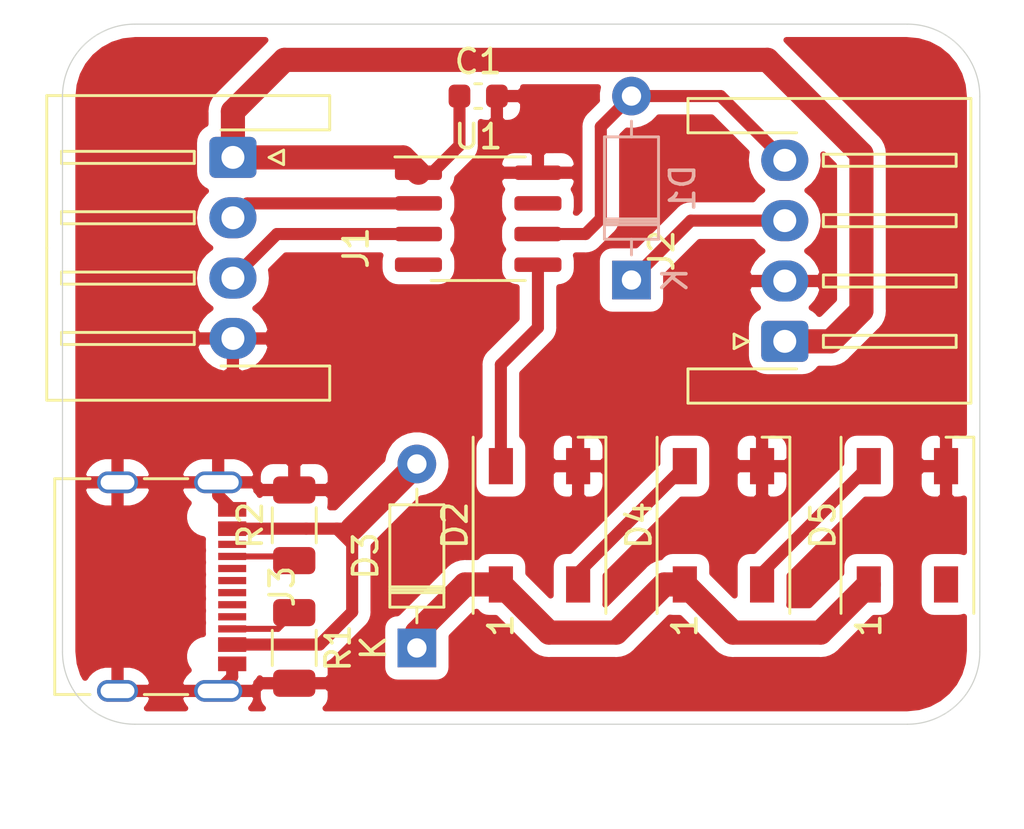
<source format=kicad_pcb>
(kicad_pcb (version 20171130) (host pcbnew "(5.1.10)-1")

  (general
    (thickness 1.6)
    (drawings 8)
    (tracks 59)
    (zones 0)
    (modules 12)
    (nets 23)
  )

  (page A4)
  (layers
    (0 F.Cu signal)
    (31 B.Cu signal)
    (32 B.Adhes user)
    (33 F.Adhes user)
    (34 B.Paste user)
    (35 F.Paste user)
    (36 B.SilkS user)
    (37 F.SilkS user)
    (38 B.Mask user)
    (39 F.Mask user)
    (40 Dwgs.User user)
    (41 Cmts.User user)
    (42 Eco1.User user)
    (43 Eco2.User user)
    (44 Edge.Cuts user)
    (45 Margin user)
    (46 B.CrtYd user)
    (47 F.CrtYd user)
    (48 B.Fab user)
    (49 F.Fab user)
  )

  (setup
    (last_trace_width 0.5)
    (user_trace_width 0.4)
    (user_trace_width 0.5)
    (user_trace_width 1)
    (trace_clearance 0.2)
    (zone_clearance 0.508)
    (zone_45_only no)
    (trace_min 0.2)
    (via_size 0.8)
    (via_drill 0.4)
    (via_min_size 0.4)
    (via_min_drill 0.3)
    (uvia_size 0.3)
    (uvia_drill 0.1)
    (uvias_allowed no)
    (uvia_min_size 0.2)
    (uvia_min_drill 0.1)
    (edge_width 0.05)
    (segment_width 0.2)
    (pcb_text_width 0.3)
    (pcb_text_size 1.5 1.5)
    (mod_edge_width 0.12)
    (mod_text_size 1 1)
    (mod_text_width 0.15)
    (pad_size 1.524 1.524)
    (pad_drill 0.762)
    (pad_to_mask_clearance 0)
    (aux_axis_origin 0 0)
    (visible_elements FFFFFF7F)
    (pcbplotparams
      (layerselection 0x01000_7ffffffe)
      (usegerberextensions false)
      (usegerberattributes true)
      (usegerberadvancedattributes true)
      (creategerberjobfile true)
      (excludeedgelayer true)
      (linewidth 0.100000)
      (plotframeref false)
      (viasonmask false)
      (mode 1)
      (useauxorigin false)
      (hpglpennumber 1)
      (hpglpenspeed 20)
      (hpglpendiameter 15.000000)
      (psnegative false)
      (psa4output false)
      (plotreference true)
      (plotvalue true)
      (plotinvisibletext false)
      (padsonsilk false)
      (subtractmaskfromsilk false)
      (outputformat 3)
      (mirror false)
      (drillshape 0)
      (scaleselection 1)
      (outputdirectory "./"))
  )

  (net 0 "")
  (net 1 GND)
  (net 2 +5V)
  (net 3 /Rx)
  (net 4 /Tx)
  (net 5 +5VA)
  (net 6 "Net-(D2-Pad2)")
  (net 7 /NeoPixel)
  (net 8 "Net-(D3-Pad2)")
  (net 9 "Net-(D4-Pad2)")
  (net 10 "Net-(D5-Pad2)")
  (net 11 /RxD)
  (net 12 /TxD)
  (net 13 "Net-(J3-PadB5)")
  (net 14 "Net-(J3-PadB6)")
  (net 15 "Net-(J3-PadA8)")
  (net 16 "Net-(J3-PadA5)")
  (net 17 "Net-(J3-PadB8)")
  (net 18 "Net-(J3-PadA7)")
  (net 19 "Net-(J3-PadA6)")
  (net 20 "Net-(J3-PadB7)")
  (net 21 "Net-(U1-Pad7)")
  (net 22 "Net-(U1-Pad4)")

  (net_class Default "This is the default net class."
    (clearance 0.2)
    (trace_width 0.25)
    (via_dia 0.8)
    (via_drill 0.4)
    (uvia_dia 0.3)
    (uvia_drill 0.1)
    (add_net +5V)
    (add_net +5VA)
    (add_net /NeoPixel)
    (add_net /Rx)
    (add_net /RxD)
    (add_net /Tx)
    (add_net /TxD)
    (add_net GND)
    (add_net "Net-(D2-Pad2)")
    (add_net "Net-(D3-Pad2)")
    (add_net "Net-(D4-Pad2)")
    (add_net "Net-(D5-Pad2)")
    (add_net "Net-(J3-PadA5)")
    (add_net "Net-(J3-PadA6)")
    (add_net "Net-(J3-PadA7)")
    (add_net "Net-(J3-PadA8)")
    (add_net "Net-(J3-PadB5)")
    (add_net "Net-(J3-PadB6)")
    (add_net "Net-(J3-PadB7)")
    (add_net "Net-(J3-PadB8)")
    (add_net "Net-(U1-Pad4)")
    (add_net "Net-(U1-Pad7)")
  )

  (module Package_SO:SOIC-8_3.9x4.9mm_P1.27mm (layer F.Cu) (tedit 5D9F72B1) (tstamp 68A2EE65)
    (at 109.22 99.06)
    (descr "SOIC, 8 Pin (JEDEC MS-012AA, https://www.analog.com/media/en/package-pcb-resources/package/pkg_pdf/soic_narrow-r/r_8.pdf), generated with kicad-footprint-generator ipc_gullwing_generator.py")
    (tags "SOIC SO")
    (path /68A1A3B0)
    (attr smd)
    (fp_text reference U1 (at 0 -3.4) (layer F.SilkS)
      (effects (font (size 1 1) (thickness 0.15)))
    )
    (fp_text value ATtiny402-SS (at 0 3.4) (layer F.Fab)
      (effects (font (size 1 1) (thickness 0.15)))
    )
    (fp_text user %R (at 0 0) (layer F.Fab)
      (effects (font (size 0.98 0.98) (thickness 0.15)))
    )
    (fp_line (start 0 2.56) (end 1.95 2.56) (layer F.SilkS) (width 0.12))
    (fp_line (start 0 2.56) (end -1.95 2.56) (layer F.SilkS) (width 0.12))
    (fp_line (start 0 -2.56) (end 1.95 -2.56) (layer F.SilkS) (width 0.12))
    (fp_line (start 0 -2.56) (end -3.45 -2.56) (layer F.SilkS) (width 0.12))
    (fp_line (start -0.975 -2.45) (end 1.95 -2.45) (layer F.Fab) (width 0.1))
    (fp_line (start 1.95 -2.45) (end 1.95 2.45) (layer F.Fab) (width 0.1))
    (fp_line (start 1.95 2.45) (end -1.95 2.45) (layer F.Fab) (width 0.1))
    (fp_line (start -1.95 2.45) (end -1.95 -1.475) (layer F.Fab) (width 0.1))
    (fp_line (start -1.95 -1.475) (end -0.975 -2.45) (layer F.Fab) (width 0.1))
    (fp_line (start -3.7 -2.7) (end -3.7 2.7) (layer F.CrtYd) (width 0.05))
    (fp_line (start -3.7 2.7) (end 3.7 2.7) (layer F.CrtYd) (width 0.05))
    (fp_line (start 3.7 2.7) (end 3.7 -2.7) (layer F.CrtYd) (width 0.05))
    (fp_line (start 3.7 -2.7) (end -3.7 -2.7) (layer F.CrtYd) (width 0.05))
    (pad 8 smd roundrect (at 2.475 -1.905) (size 1.95 0.6) (layers F.Cu F.Paste F.Mask) (roundrect_rratio 0.25)
      (net 1 GND))
    (pad 7 smd roundrect (at 2.475 -0.635) (size 1.95 0.6) (layers F.Cu F.Paste F.Mask) (roundrect_rratio 0.25)
      (net 21 "Net-(U1-Pad7)"))
    (pad 6 smd roundrect (at 2.475 0.635) (size 1.95 0.6) (layers F.Cu F.Paste F.Mask) (roundrect_rratio 0.25)
      (net 3 /Rx))
    (pad 5 smd roundrect (at 2.475 1.905) (size 1.95 0.6) (layers F.Cu F.Paste F.Mask) (roundrect_rratio 0.25)
      (net 7 /NeoPixel))
    (pad 4 smd roundrect (at -2.475 1.905) (size 1.95 0.6) (layers F.Cu F.Paste F.Mask) (roundrect_rratio 0.25)
      (net 22 "Net-(U1-Pad4)"))
    (pad 3 smd roundrect (at -2.475 0.635) (size 1.95 0.6) (layers F.Cu F.Paste F.Mask) (roundrect_rratio 0.25)
      (net 11 /RxD))
    (pad 2 smd roundrect (at -2.475 -0.635) (size 1.95 0.6) (layers F.Cu F.Paste F.Mask) (roundrect_rratio 0.25)
      (net 12 /TxD))
    (pad 1 smd roundrect (at -2.475 -1.905) (size 1.95 0.6) (layers F.Cu F.Paste F.Mask) (roundrect_rratio 0.25)
      (net 2 +5V))
    (model ${KISYS3DMOD}/Package_SO.3dshapes/SOIC-8_3.9x4.9mm_P1.27mm.wrl
      (at (xyz 0 0 0))
      (scale (xyz 1 1 1))
      (rotate (xyz 0 0 0))
    )
  )

  (module Resistor_SMD:R_1206_3216Metric (layer F.Cu) (tedit 5F68FEEE) (tstamp 68A2EE4B)
    (at 101.6 111.76 90)
    (descr "Resistor SMD 1206 (3216 Metric), square (rectangular) end terminal, IPC_7351 nominal, (Body size source: IPC-SM-782 page 72, https://www.pcb-3d.com/wordpress/wp-content/uploads/ipc-sm-782a_amendment_1_and_2.pdf), generated with kicad-footprint-generator")
    (tags resistor)
    (path /68A2E0C7)
    (attr smd)
    (fp_text reference R2 (at 0 -1.82 90) (layer F.SilkS)
      (effects (font (size 1 1) (thickness 0.15)))
    )
    (fp_text value 5.1k (at 0 1.82 90) (layer F.Fab)
      (effects (font (size 1 1) (thickness 0.15)))
    )
    (fp_text user %R (at 0 0 90) (layer F.Fab)
      (effects (font (size 0.8 0.8) (thickness 0.12)))
    )
    (fp_line (start -1.6 0.8) (end -1.6 -0.8) (layer F.Fab) (width 0.1))
    (fp_line (start -1.6 -0.8) (end 1.6 -0.8) (layer F.Fab) (width 0.1))
    (fp_line (start 1.6 -0.8) (end 1.6 0.8) (layer F.Fab) (width 0.1))
    (fp_line (start 1.6 0.8) (end -1.6 0.8) (layer F.Fab) (width 0.1))
    (fp_line (start -0.727064 -0.91) (end 0.727064 -0.91) (layer F.SilkS) (width 0.12))
    (fp_line (start -0.727064 0.91) (end 0.727064 0.91) (layer F.SilkS) (width 0.12))
    (fp_line (start -2.28 1.12) (end -2.28 -1.12) (layer F.CrtYd) (width 0.05))
    (fp_line (start -2.28 -1.12) (end 2.28 -1.12) (layer F.CrtYd) (width 0.05))
    (fp_line (start 2.28 -1.12) (end 2.28 1.12) (layer F.CrtYd) (width 0.05))
    (fp_line (start 2.28 1.12) (end -2.28 1.12) (layer F.CrtYd) (width 0.05))
    (pad 2 smd roundrect (at 1.4625 0 90) (size 1.125 1.75) (layers F.Cu F.Paste F.Mask) (roundrect_rratio 0.2222213333333333)
      (net 1 GND))
    (pad 1 smd roundrect (at -1.4625 0 90) (size 1.125 1.75) (layers F.Cu F.Paste F.Mask) (roundrect_rratio 0.2222213333333333)
      (net 16 "Net-(J3-PadA5)"))
    (model ${KISYS3DMOD}/Resistor_SMD.3dshapes/R_1206_3216Metric.wrl
      (at (xyz 0 0 0))
      (scale (xyz 1 1 1))
      (rotate (xyz 0 0 0))
    )
  )

  (module Resistor_SMD:R_1206_3216Metric (layer F.Cu) (tedit 5F68FEEE) (tstamp 68A2EE3A)
    (at 101.6 116.84 270)
    (descr "Resistor SMD 1206 (3216 Metric), square (rectangular) end terminal, IPC_7351 nominal, (Body size source: IPC-SM-782 page 72, https://www.pcb-3d.com/wordpress/wp-content/uploads/ipc-sm-782a_amendment_1_and_2.pdf), generated with kicad-footprint-generator")
    (tags resistor)
    (path /68A1ADDA)
    (attr smd)
    (fp_text reference R1 (at 0 -1.82 90) (layer F.SilkS)
      (effects (font (size 1 1) (thickness 0.15)))
    )
    (fp_text value 5.1k (at 0 1.82 90) (layer F.Fab)
      (effects (font (size 1 1) (thickness 0.15)))
    )
    (fp_text user %R (at 0 0 90) (layer F.Fab)
      (effects (font (size 0.8 0.8) (thickness 0.12)))
    )
    (fp_line (start -1.6 0.8) (end -1.6 -0.8) (layer F.Fab) (width 0.1))
    (fp_line (start -1.6 -0.8) (end 1.6 -0.8) (layer F.Fab) (width 0.1))
    (fp_line (start 1.6 -0.8) (end 1.6 0.8) (layer F.Fab) (width 0.1))
    (fp_line (start 1.6 0.8) (end -1.6 0.8) (layer F.Fab) (width 0.1))
    (fp_line (start -0.727064 -0.91) (end 0.727064 -0.91) (layer F.SilkS) (width 0.12))
    (fp_line (start -0.727064 0.91) (end 0.727064 0.91) (layer F.SilkS) (width 0.12))
    (fp_line (start -2.28 1.12) (end -2.28 -1.12) (layer F.CrtYd) (width 0.05))
    (fp_line (start -2.28 -1.12) (end 2.28 -1.12) (layer F.CrtYd) (width 0.05))
    (fp_line (start 2.28 -1.12) (end 2.28 1.12) (layer F.CrtYd) (width 0.05))
    (fp_line (start 2.28 1.12) (end -2.28 1.12) (layer F.CrtYd) (width 0.05))
    (pad 2 smd roundrect (at 1.4625 0 270) (size 1.125 1.75) (layers F.Cu F.Paste F.Mask) (roundrect_rratio 0.2222213333333333)
      (net 1 GND))
    (pad 1 smd roundrect (at -1.4625 0 270) (size 1.125 1.75) (layers F.Cu F.Paste F.Mask) (roundrect_rratio 0.2222213333333333)
      (net 13 "Net-(J3-PadB5)"))
    (model ${KISYS3DMOD}/Resistor_SMD.3dshapes/R_1206_3216Metric.wrl
      (at (xyz 0 0 0))
      (scale (xyz 1 1 1))
      (rotate (xyz 0 0 0))
    )
  )

  (module Connector_USB:USB_C_Receptacle_Palconn_UTC16-G (layer F.Cu) (tedit 5CF432E0) (tstamp 68A2EE29)
    (at 96.52 114.3 270)
    (descr http://www.palpilot.com/wp-content/uploads/2017/05/UTC027-GKN-OR-Rev-A.pdf)
    (tags "USB C Type-C Receptacle USB2.0")
    (path /68A2A08B)
    (attr smd)
    (fp_text reference J3 (at 0 -4.58 90) (layer F.SilkS)
      (effects (font (size 1 1) (thickness 0.15)))
    )
    (fp_text value USB_C_Receptacle_USB2.0 (at 0 6.24 90) (layer F.Fab)
      (effects (font (size 1 1) (thickness 0.15)))
    )
    (fp_text user "PCB Edge" (at 0 3.43 90) (layer Dwgs.User)
      (effects (font (size 1 1) (thickness 0.15)))
    )
    (fp_text user %R (at 0 1.18 90) (layer F.Fab)
      (effects (font (size 1 1) (thickness 0.15)))
    )
    (fp_line (start 4.47 4.84) (end -4.47 4.84) (layer F.SilkS) (width 0.12))
    (fp_line (start 4.47 -0.67) (end 4.47 1.13) (layer F.SilkS) (width 0.12))
    (fp_line (start 4.47 4.84) (end 4.47 3.38) (layer F.SilkS) (width 0.12))
    (fp_line (start -4.47 4.84) (end -4.47 3.38) (layer F.SilkS) (width 0.12))
    (fp_line (start -4.47 -0.67) (end -4.47 1.13) (layer F.SilkS) (width 0.12))
    (fp_line (start -4.47 4.34) (end 4.47 4.34) (layer Dwgs.User) (width 0.1))
    (fp_line (start 5.27 5.34) (end 5.27 -3.59) (layer F.CrtYd) (width 0.05))
    (fp_line (start 5.27 -3.59) (end -5.27 -3.59) (layer F.CrtYd) (width 0.05))
    (fp_line (start -5.27 -3.59) (end -5.27 5.34) (layer F.CrtYd) (width 0.05))
    (fp_line (start -5.27 5.34) (end 5.27 5.34) (layer F.CrtYd) (width 0.05))
    (fp_line (start -4.47 -2.48) (end -4.47 4.84) (layer F.Fab) (width 0.1))
    (fp_line (start 4.47 4.84) (end -4.47 4.84) (layer F.Fab) (width 0.1))
    (fp_line (start 4.47 -2.48) (end 4.47 4.84) (layer F.Fab) (width 0.1))
    (fp_line (start -4.47 -2.48) (end 4.47 -2.48) (layer F.Fab) (width 0.1))
    (pad A12 smd rect (at 3.2 -2.51 270) (size 0.6 1.16) (layers F.Cu F.Paste F.Mask)
      (net 1 GND))
    (pad A9 smd rect (at 2.4 -2.51 270) (size 0.6 1.16) (layers F.Cu F.Paste F.Mask)
      (net 8 "Net-(D3-Pad2)"))
    (pad B1 smd rect (at 3.2 -2.51 270) (size 0.6 1.16) (layers F.Cu F.Paste F.Mask)
      (net 1 GND))
    (pad B4 smd rect (at 2.4 -2.51 270) (size 0.6 1.16) (layers F.Cu F.Paste F.Mask)
      (net 8 "Net-(D3-Pad2)"))
    (pad B12 smd rect (at -3.2 -2.51 270) (size 0.6 1.16) (layers F.Cu F.Paste F.Mask)
      (net 1 GND))
    (pad A1 smd rect (at -3.2 -2.51 270) (size 0.6 1.16) (layers F.Cu F.Paste F.Mask)
      (net 1 GND))
    (pad B9 smd rect (at -2.4 -2.51 270) (size 0.6 1.16) (layers F.Cu F.Paste F.Mask)
      (net 8 "Net-(D3-Pad2)"))
    (pad A4 smd rect (at -2.4 -2.51 270) (size 0.6 1.16) (layers F.Cu F.Paste F.Mask)
      (net 8 "Net-(D3-Pad2)"))
    (pad "" np_thru_hole circle (at -2.89 -1.45 90) (size 0.6 0.6) (drill 0.6) (layers *.Cu *.Mask))
    (pad "" np_thru_hole circle (at 2.89 -1.45 90) (size 0.6 0.6) (drill 0.6) (layers *.Cu *.Mask))
    (pad B5 smd rect (at 1.75 -2.51 90) (size 0.3 1.16) (layers F.Cu F.Paste F.Mask)
      (net 13 "Net-(J3-PadB5)"))
    (pad B6 smd rect (at 0.75 -2.51 90) (size 0.3 1.16) (layers F.Cu F.Paste F.Mask)
      (net 14 "Net-(J3-PadB6)"))
    (pad A8 smd rect (at 1.25 -2.51 90) (size 0.3 1.16) (layers F.Cu F.Paste F.Mask)
      (net 15 "Net-(J3-PadA8)"))
    (pad A5 smd rect (at -1.25 -2.51 90) (size 0.3 1.16) (layers F.Cu F.Paste F.Mask)
      (net 16 "Net-(J3-PadA5)"))
    (pad B8 smd rect (at -1.75 -2.51 90) (size 0.3 1.16) (layers F.Cu F.Paste F.Mask)
      (net 17 "Net-(J3-PadB8)"))
    (pad A7 smd rect (at 0.25 -2.51 90) (size 0.3 1.16) (layers F.Cu F.Paste F.Mask)
      (net 18 "Net-(J3-PadA7)"))
    (pad A6 smd rect (at -0.25 -2.51 90) (size 0.3 1.16) (layers F.Cu F.Paste F.Mask)
      (net 19 "Net-(J3-PadA6)"))
    (pad B7 smd rect (at -0.75 -2.51 90) (size 0.3 1.16) (layers F.Cu F.Paste F.Mask)
      (net 20 "Net-(J3-PadB7)"))
    (pad S1 thru_hole oval (at 4.32 2.24) (size 1.7 0.9) (drill oval 1.4 0.6) (layers *.Cu *.Mask)
      (net 1 GND))
    (pad S1 thru_hole oval (at -4.32 2.24) (size 1.7 0.9) (drill oval 1.4 0.6) (layers *.Cu *.Mask)
      (net 1 GND))
    (pad S1 thru_hole oval (at 4.32 -1.93) (size 2 0.9) (drill oval 1.7 0.6) (layers *.Cu *.Mask)
      (net 1 GND))
    (pad S1 thru_hole oval (at -4.32 -1.93) (size 2 0.9) (drill oval 1.7 0.6) (layers *.Cu *.Mask)
      (net 1 GND))
    (model ${KISYS3DMOD}/Connector_USB.3dshapes/USB_C_Receptacle_Palconn_UTC16-G.wrl
      (at (xyz 0 0 0))
      (scale (xyz 1 1 1))
      (rotate (xyz 0 0 0))
    )
  )

  (module Connector_JST:JST_XH_S4B-XH-A-1_1x04_P2.50mm_Horizontal (layer F.Cu) (tedit 5C281476) (tstamp 68A2EDFF)
    (at 121.92 104.14 90)
    (descr "JST XH series connector, S4B-XH-A-1 (http://www.jst-mfg.com/product/pdf/eng/eXH.pdf), generated with kicad-footprint-generator")
    (tags "connector JST XH horizontal")
    (path /68A1C306)
    (fp_text reference J2 (at 3.75 -5.1 90) (layer F.SilkS)
      (effects (font (size 1 1) (thickness 0.15)))
    )
    (fp_text value UPDI (at 3.75 8.8 90) (layer F.Fab)
      (effects (font (size 1 1) (thickness 0.15)))
    )
    (fp_text user %R (at 3.75 1.85 90) (layer F.Fab)
      (effects (font (size 1 1) (thickness 0.15)))
    )
    (fp_line (start -2.95 -4.4) (end -2.95 8.1) (layer F.CrtYd) (width 0.05))
    (fp_line (start -2.95 8.1) (end 10.45 8.1) (layer F.CrtYd) (width 0.05))
    (fp_line (start 10.45 8.1) (end 10.45 -4.4) (layer F.CrtYd) (width 0.05))
    (fp_line (start 10.45 -4.4) (end -2.95 -4.4) (layer F.CrtYd) (width 0.05))
    (fp_line (start 3.75 7.71) (end -2.56 7.71) (layer F.SilkS) (width 0.12))
    (fp_line (start -2.56 7.71) (end -2.56 -4.01) (layer F.SilkS) (width 0.12))
    (fp_line (start -2.56 -4.01) (end -1.14 -4.01) (layer F.SilkS) (width 0.12))
    (fp_line (start -1.14 -4.01) (end -1.14 0.49) (layer F.SilkS) (width 0.12))
    (fp_line (start 3.75 7.71) (end 10.06 7.71) (layer F.SilkS) (width 0.12))
    (fp_line (start 10.06 7.71) (end 10.06 -4.01) (layer F.SilkS) (width 0.12))
    (fp_line (start 10.06 -4.01) (end 8.64 -4.01) (layer F.SilkS) (width 0.12))
    (fp_line (start 8.64 -4.01) (end 8.64 0.49) (layer F.SilkS) (width 0.12))
    (fp_line (start 3.75 7.6) (end -2.45 7.6) (layer F.Fab) (width 0.1))
    (fp_line (start -2.45 7.6) (end -2.45 -3.9) (layer F.Fab) (width 0.1))
    (fp_line (start -2.45 -3.9) (end -1.25 -3.9) (layer F.Fab) (width 0.1))
    (fp_line (start -1.25 -3.9) (end -1.25 0.6) (layer F.Fab) (width 0.1))
    (fp_line (start -1.25 0.6) (end 3.75 0.6) (layer F.Fab) (width 0.1))
    (fp_line (start 3.75 7.6) (end 9.95 7.6) (layer F.Fab) (width 0.1))
    (fp_line (start 9.95 7.6) (end 9.95 -3.9) (layer F.Fab) (width 0.1))
    (fp_line (start 9.95 -3.9) (end 8.75 -3.9) (layer F.Fab) (width 0.1))
    (fp_line (start 8.75 -3.9) (end 8.75 0.6) (layer F.Fab) (width 0.1))
    (fp_line (start 8.75 0.6) (end 3.75 0.6) (layer F.Fab) (width 0.1))
    (fp_line (start -0.25 1.6) (end -0.25 7.1) (layer F.SilkS) (width 0.12))
    (fp_line (start -0.25 7.1) (end 0.25 7.1) (layer F.SilkS) (width 0.12))
    (fp_line (start 0.25 7.1) (end 0.25 1.6) (layer F.SilkS) (width 0.12))
    (fp_line (start 0.25 1.6) (end -0.25 1.6) (layer F.SilkS) (width 0.12))
    (fp_line (start 2.25 1.6) (end 2.25 7.1) (layer F.SilkS) (width 0.12))
    (fp_line (start 2.25 7.1) (end 2.75 7.1) (layer F.SilkS) (width 0.12))
    (fp_line (start 2.75 7.1) (end 2.75 1.6) (layer F.SilkS) (width 0.12))
    (fp_line (start 2.75 1.6) (end 2.25 1.6) (layer F.SilkS) (width 0.12))
    (fp_line (start 4.75 1.6) (end 4.75 7.1) (layer F.SilkS) (width 0.12))
    (fp_line (start 4.75 7.1) (end 5.25 7.1) (layer F.SilkS) (width 0.12))
    (fp_line (start 5.25 7.1) (end 5.25 1.6) (layer F.SilkS) (width 0.12))
    (fp_line (start 5.25 1.6) (end 4.75 1.6) (layer F.SilkS) (width 0.12))
    (fp_line (start 7.25 1.6) (end 7.25 7.1) (layer F.SilkS) (width 0.12))
    (fp_line (start 7.25 7.1) (end 7.75 7.1) (layer F.SilkS) (width 0.12))
    (fp_line (start 7.75 7.1) (end 7.75 1.6) (layer F.SilkS) (width 0.12))
    (fp_line (start 7.75 1.6) (end 7.25 1.6) (layer F.SilkS) (width 0.12))
    (fp_line (start 0 -1.5) (end -0.3 -2.1) (layer F.SilkS) (width 0.12))
    (fp_line (start -0.3 -2.1) (end 0.3 -2.1) (layer F.SilkS) (width 0.12))
    (fp_line (start 0.3 -2.1) (end 0 -1.5) (layer F.SilkS) (width 0.12))
    (fp_line (start -0.625 0.6) (end 0 -0.4) (layer F.Fab) (width 0.1))
    (fp_line (start 0 -0.4) (end 0.625 0.6) (layer F.Fab) (width 0.1))
    (pad 4 thru_hole oval (at 7.5 0 90) (size 1.7 1.95) (drill 0.95) (layers *.Cu *.Mask)
      (net 3 /Rx))
    (pad 3 thru_hole oval (at 5 0 90) (size 1.7 1.95) (drill 0.95) (layers *.Cu *.Mask)
      (net 4 /Tx))
    (pad 2 thru_hole oval (at 2.5 0 90) (size 1.7 1.95) (drill 0.95) (layers *.Cu *.Mask)
      (net 1 GND))
    (pad 1 thru_hole roundrect (at 0 0 90) (size 1.7 1.95) (drill 0.95) (layers *.Cu *.Mask) (roundrect_rratio 0.1470588235294118)
      (net 2 +5V))
    (model ${KISYS3DMOD}/Connector_JST.3dshapes/JST_XH_S4B-XH-A-1_1x04_P2.50mm_Horizontal.wrl
      (at (xyz 0 0 0))
      (scale (xyz 1 1 1))
      (rotate (xyz 0 0 0))
    )
  )

  (module Connector_JST:JST_XH_S4B-XH-A-1_1x04_P2.50mm_Horizontal (layer F.Cu) (tedit 5C281476) (tstamp 68A2EDCB)
    (at 99.06 96.52 270)
    (descr "JST XH series connector, S4B-XH-A-1 (http://www.jst-mfg.com/product/pdf/eng/eXH.pdf), generated with kicad-footprint-generator")
    (tags "connector JST XH horizontal")
    (path /68A40ACB)
    (fp_text reference J1 (at 3.75 -5.1 90) (layer F.SilkS)
      (effects (font (size 1 1) (thickness 0.15)))
    )
    (fp_text value UART (at 3.75 8.8 90) (layer F.Fab)
      (effects (font (size 1 1) (thickness 0.15)))
    )
    (fp_text user %R (at 3.75 1.85 90) (layer F.Fab)
      (effects (font (size 1 1) (thickness 0.15)))
    )
    (fp_line (start -2.95 -4.4) (end -2.95 8.1) (layer F.CrtYd) (width 0.05))
    (fp_line (start -2.95 8.1) (end 10.45 8.1) (layer F.CrtYd) (width 0.05))
    (fp_line (start 10.45 8.1) (end 10.45 -4.4) (layer F.CrtYd) (width 0.05))
    (fp_line (start 10.45 -4.4) (end -2.95 -4.4) (layer F.CrtYd) (width 0.05))
    (fp_line (start 3.75 7.71) (end -2.56 7.71) (layer F.SilkS) (width 0.12))
    (fp_line (start -2.56 7.71) (end -2.56 -4.01) (layer F.SilkS) (width 0.12))
    (fp_line (start -2.56 -4.01) (end -1.14 -4.01) (layer F.SilkS) (width 0.12))
    (fp_line (start -1.14 -4.01) (end -1.14 0.49) (layer F.SilkS) (width 0.12))
    (fp_line (start 3.75 7.71) (end 10.06 7.71) (layer F.SilkS) (width 0.12))
    (fp_line (start 10.06 7.71) (end 10.06 -4.01) (layer F.SilkS) (width 0.12))
    (fp_line (start 10.06 -4.01) (end 8.64 -4.01) (layer F.SilkS) (width 0.12))
    (fp_line (start 8.64 -4.01) (end 8.64 0.49) (layer F.SilkS) (width 0.12))
    (fp_line (start 3.75 7.6) (end -2.45 7.6) (layer F.Fab) (width 0.1))
    (fp_line (start -2.45 7.6) (end -2.45 -3.9) (layer F.Fab) (width 0.1))
    (fp_line (start -2.45 -3.9) (end -1.25 -3.9) (layer F.Fab) (width 0.1))
    (fp_line (start -1.25 -3.9) (end -1.25 0.6) (layer F.Fab) (width 0.1))
    (fp_line (start -1.25 0.6) (end 3.75 0.6) (layer F.Fab) (width 0.1))
    (fp_line (start 3.75 7.6) (end 9.95 7.6) (layer F.Fab) (width 0.1))
    (fp_line (start 9.95 7.6) (end 9.95 -3.9) (layer F.Fab) (width 0.1))
    (fp_line (start 9.95 -3.9) (end 8.75 -3.9) (layer F.Fab) (width 0.1))
    (fp_line (start 8.75 -3.9) (end 8.75 0.6) (layer F.Fab) (width 0.1))
    (fp_line (start 8.75 0.6) (end 3.75 0.6) (layer F.Fab) (width 0.1))
    (fp_line (start -0.25 1.6) (end -0.25 7.1) (layer F.SilkS) (width 0.12))
    (fp_line (start -0.25 7.1) (end 0.25 7.1) (layer F.SilkS) (width 0.12))
    (fp_line (start 0.25 7.1) (end 0.25 1.6) (layer F.SilkS) (width 0.12))
    (fp_line (start 0.25 1.6) (end -0.25 1.6) (layer F.SilkS) (width 0.12))
    (fp_line (start 2.25 1.6) (end 2.25 7.1) (layer F.SilkS) (width 0.12))
    (fp_line (start 2.25 7.1) (end 2.75 7.1) (layer F.SilkS) (width 0.12))
    (fp_line (start 2.75 7.1) (end 2.75 1.6) (layer F.SilkS) (width 0.12))
    (fp_line (start 2.75 1.6) (end 2.25 1.6) (layer F.SilkS) (width 0.12))
    (fp_line (start 4.75 1.6) (end 4.75 7.1) (layer F.SilkS) (width 0.12))
    (fp_line (start 4.75 7.1) (end 5.25 7.1) (layer F.SilkS) (width 0.12))
    (fp_line (start 5.25 7.1) (end 5.25 1.6) (layer F.SilkS) (width 0.12))
    (fp_line (start 5.25 1.6) (end 4.75 1.6) (layer F.SilkS) (width 0.12))
    (fp_line (start 7.25 1.6) (end 7.25 7.1) (layer F.SilkS) (width 0.12))
    (fp_line (start 7.25 7.1) (end 7.75 7.1) (layer F.SilkS) (width 0.12))
    (fp_line (start 7.75 7.1) (end 7.75 1.6) (layer F.SilkS) (width 0.12))
    (fp_line (start 7.75 1.6) (end 7.25 1.6) (layer F.SilkS) (width 0.12))
    (fp_line (start 0 -1.5) (end -0.3 -2.1) (layer F.SilkS) (width 0.12))
    (fp_line (start -0.3 -2.1) (end 0.3 -2.1) (layer F.SilkS) (width 0.12))
    (fp_line (start 0.3 -2.1) (end 0 -1.5) (layer F.SilkS) (width 0.12))
    (fp_line (start -0.625 0.6) (end 0 -0.4) (layer F.Fab) (width 0.1))
    (fp_line (start 0 -0.4) (end 0.625 0.6) (layer F.Fab) (width 0.1))
    (pad 4 thru_hole oval (at 7.5 0 270) (size 1.7 1.95) (drill 0.95) (layers *.Cu *.Mask)
      (net 1 GND))
    (pad 3 thru_hole oval (at 5 0 270) (size 1.7 1.95) (drill 0.95) (layers *.Cu *.Mask)
      (net 11 /RxD))
    (pad 2 thru_hole oval (at 2.5 0 270) (size 1.7 1.95) (drill 0.95) (layers *.Cu *.Mask)
      (net 12 /TxD))
    (pad 1 thru_hole roundrect (at 0 0 270) (size 1.7 1.95) (drill 0.95) (layers *.Cu *.Mask) (roundrect_rratio 0.1470588235294118)
      (net 2 +5V))
    (model ${KISYS3DMOD}/Connector_JST.3dshapes/JST_XH_S4B-XH-A-1_1x04_P2.50mm_Horizontal.wrl
      (at (xyz 0 0 0))
      (scale (xyz 1 1 1))
      (rotate (xyz 0 0 0))
    )
  )

  (module LED_SMD:LED_WS2812B_PLCC4_5.0x5.0mm_P3.2mm (layer F.Cu) (tedit 5AA4B285) (tstamp 68A2ED97)
    (at 127 111.76 90)
    (descr https://cdn-shop.adafruit.com/datasheets/WS2812B.pdf)
    (tags "LED RGB NeoPixel")
    (path /68A32C16)
    (attr smd)
    (fp_text reference D5 (at 0 -3.5 90) (layer F.SilkS)
      (effects (font (size 1 1) (thickness 0.15)))
    )
    (fp_text value WS2812B (at 0 4 90) (layer F.Fab)
      (effects (font (size 1 1) (thickness 0.15)))
    )
    (fp_text user %R (at 0 0 90) (layer F.Fab)
      (effects (font (size 0.8 0.8) (thickness 0.15)))
    )
    (fp_text user 1 (at -4.15 -1.6 90) (layer F.SilkS)
      (effects (font (size 1 1) (thickness 0.15)))
    )
    (fp_line (start 3.45 -2.75) (end -3.45 -2.75) (layer F.CrtYd) (width 0.05))
    (fp_line (start 3.45 2.75) (end 3.45 -2.75) (layer F.CrtYd) (width 0.05))
    (fp_line (start -3.45 2.75) (end 3.45 2.75) (layer F.CrtYd) (width 0.05))
    (fp_line (start -3.45 -2.75) (end -3.45 2.75) (layer F.CrtYd) (width 0.05))
    (fp_line (start 2.5 1.5) (end 1.5 2.5) (layer F.Fab) (width 0.1))
    (fp_line (start -2.5 -2.5) (end -2.5 2.5) (layer F.Fab) (width 0.1))
    (fp_line (start -2.5 2.5) (end 2.5 2.5) (layer F.Fab) (width 0.1))
    (fp_line (start 2.5 2.5) (end 2.5 -2.5) (layer F.Fab) (width 0.1))
    (fp_line (start 2.5 -2.5) (end -2.5 -2.5) (layer F.Fab) (width 0.1))
    (fp_line (start -3.65 -2.75) (end 3.65 -2.75) (layer F.SilkS) (width 0.12))
    (fp_line (start -3.65 2.75) (end 3.65 2.75) (layer F.SilkS) (width 0.12))
    (fp_line (start 3.65 2.75) (end 3.65 1.6) (layer F.SilkS) (width 0.12))
    (fp_circle (center 0 0) (end 0 -2) (layer F.Fab) (width 0.1))
    (pad 1 smd rect (at -2.45 -1.6 90) (size 1.5 1) (layers F.Cu F.Paste F.Mask)
      (net 5 +5VA))
    (pad 2 smd rect (at -2.45 1.6 90) (size 1.5 1) (layers F.Cu F.Paste F.Mask)
      (net 10 "Net-(D5-Pad2)"))
    (pad 4 smd rect (at 2.45 -1.6 90) (size 1.5 1) (layers F.Cu F.Paste F.Mask)
      (net 9 "Net-(D4-Pad2)"))
    (pad 3 smd rect (at 2.45 1.6 90) (size 1.5 1) (layers F.Cu F.Paste F.Mask)
      (net 1 GND))
    (model ${KISYS3DMOD}/LED_SMD.3dshapes/LED_WS2812B_PLCC4_5.0x5.0mm_P3.2mm.wrl
      (at (xyz 0 0 0))
      (scale (xyz 1 1 1))
      (rotate (xyz 0 0 0))
    )
  )

  (module LED_SMD:LED_WS2812B_PLCC4_5.0x5.0mm_P3.2mm (layer F.Cu) (tedit 5AA4B285) (tstamp 68A2ED80)
    (at 119.38 111.76 90)
    (descr https://cdn-shop.adafruit.com/datasheets/WS2812B.pdf)
    (tags "LED RGB NeoPixel")
    (path /68A209FF)
    (attr smd)
    (fp_text reference D4 (at 0 -3.5 90) (layer F.SilkS)
      (effects (font (size 1 1) (thickness 0.15)))
    )
    (fp_text value WS2812B (at 0 4 90) (layer F.Fab)
      (effects (font (size 1 1) (thickness 0.15)))
    )
    (fp_text user %R (at 0 0 90) (layer F.Fab)
      (effects (font (size 0.8 0.8) (thickness 0.15)))
    )
    (fp_text user 1 (at -4.15 -1.6 90) (layer F.SilkS)
      (effects (font (size 1 1) (thickness 0.15)))
    )
    (fp_line (start 3.45 -2.75) (end -3.45 -2.75) (layer F.CrtYd) (width 0.05))
    (fp_line (start 3.45 2.75) (end 3.45 -2.75) (layer F.CrtYd) (width 0.05))
    (fp_line (start -3.45 2.75) (end 3.45 2.75) (layer F.CrtYd) (width 0.05))
    (fp_line (start -3.45 -2.75) (end -3.45 2.75) (layer F.CrtYd) (width 0.05))
    (fp_line (start 2.5 1.5) (end 1.5 2.5) (layer F.Fab) (width 0.1))
    (fp_line (start -2.5 -2.5) (end -2.5 2.5) (layer F.Fab) (width 0.1))
    (fp_line (start -2.5 2.5) (end 2.5 2.5) (layer F.Fab) (width 0.1))
    (fp_line (start 2.5 2.5) (end 2.5 -2.5) (layer F.Fab) (width 0.1))
    (fp_line (start 2.5 -2.5) (end -2.5 -2.5) (layer F.Fab) (width 0.1))
    (fp_line (start -3.65 -2.75) (end 3.65 -2.75) (layer F.SilkS) (width 0.12))
    (fp_line (start -3.65 2.75) (end 3.65 2.75) (layer F.SilkS) (width 0.12))
    (fp_line (start 3.65 2.75) (end 3.65 1.6) (layer F.SilkS) (width 0.12))
    (fp_circle (center 0 0) (end 0 -2) (layer F.Fab) (width 0.1))
    (pad 1 smd rect (at -2.45 -1.6 90) (size 1.5 1) (layers F.Cu F.Paste F.Mask)
      (net 5 +5VA))
    (pad 2 smd rect (at -2.45 1.6 90) (size 1.5 1) (layers F.Cu F.Paste F.Mask)
      (net 9 "Net-(D4-Pad2)"))
    (pad 4 smd rect (at 2.45 -1.6 90) (size 1.5 1) (layers F.Cu F.Paste F.Mask)
      (net 6 "Net-(D2-Pad2)"))
    (pad 3 smd rect (at 2.45 1.6 90) (size 1.5 1) (layers F.Cu F.Paste F.Mask)
      (net 1 GND))
    (model ${KISYS3DMOD}/LED_SMD.3dshapes/LED_WS2812B_PLCC4_5.0x5.0mm_P3.2mm.wrl
      (at (xyz 0 0 0))
      (scale (xyz 1 1 1))
      (rotate (xyz 0 0 0))
    )
  )

  (module Diode_THT:D_DO-35_SOD27_P7.62mm_Horizontal (layer F.Cu) (tedit 5AE50CD5) (tstamp 68A2ED69)
    (at 106.68 116.84 90)
    (descr "Diode, DO-35_SOD27 series, Axial, Horizontal, pin pitch=7.62mm, , length*diameter=4*2mm^2, , http://www.diodes.com/_files/packages/DO-35.pdf")
    (tags "Diode DO-35_SOD27 series Axial Horizontal pin pitch 7.62mm  length 4mm diameter 2mm")
    (path /68A30EB7)
    (fp_text reference D3 (at 3.81 -2.12 90) (layer F.SilkS)
      (effects (font (size 1 1) (thickness 0.15)))
    )
    (fp_text value 1N4148 (at 3.81 2.12 90) (layer F.Fab)
      (effects (font (size 1 1) (thickness 0.15)))
    )
    (fp_text user K (at 0 -1.8 90) (layer F.SilkS)
      (effects (font (size 1 1) (thickness 0.15)))
    )
    (fp_text user K (at 0 -1.8 90) (layer F.Fab)
      (effects (font (size 1 1) (thickness 0.15)))
    )
    (fp_text user %R (at 4.11 0 90) (layer F.Fab)
      (effects (font (size 0.8 0.8) (thickness 0.12)))
    )
    (fp_line (start 1.81 -1) (end 1.81 1) (layer F.Fab) (width 0.1))
    (fp_line (start 1.81 1) (end 5.81 1) (layer F.Fab) (width 0.1))
    (fp_line (start 5.81 1) (end 5.81 -1) (layer F.Fab) (width 0.1))
    (fp_line (start 5.81 -1) (end 1.81 -1) (layer F.Fab) (width 0.1))
    (fp_line (start 0 0) (end 1.81 0) (layer F.Fab) (width 0.1))
    (fp_line (start 7.62 0) (end 5.81 0) (layer F.Fab) (width 0.1))
    (fp_line (start 2.41 -1) (end 2.41 1) (layer F.Fab) (width 0.1))
    (fp_line (start 2.51 -1) (end 2.51 1) (layer F.Fab) (width 0.1))
    (fp_line (start 2.31 -1) (end 2.31 1) (layer F.Fab) (width 0.1))
    (fp_line (start 1.69 -1.12) (end 1.69 1.12) (layer F.SilkS) (width 0.12))
    (fp_line (start 1.69 1.12) (end 5.93 1.12) (layer F.SilkS) (width 0.12))
    (fp_line (start 5.93 1.12) (end 5.93 -1.12) (layer F.SilkS) (width 0.12))
    (fp_line (start 5.93 -1.12) (end 1.69 -1.12) (layer F.SilkS) (width 0.12))
    (fp_line (start 1.04 0) (end 1.69 0) (layer F.SilkS) (width 0.12))
    (fp_line (start 6.58 0) (end 5.93 0) (layer F.SilkS) (width 0.12))
    (fp_line (start 2.41 -1.12) (end 2.41 1.12) (layer F.SilkS) (width 0.12))
    (fp_line (start 2.53 -1.12) (end 2.53 1.12) (layer F.SilkS) (width 0.12))
    (fp_line (start 2.29 -1.12) (end 2.29 1.12) (layer F.SilkS) (width 0.12))
    (fp_line (start -1.05 -1.25) (end -1.05 1.25) (layer F.CrtYd) (width 0.05))
    (fp_line (start -1.05 1.25) (end 8.67 1.25) (layer F.CrtYd) (width 0.05))
    (fp_line (start 8.67 1.25) (end 8.67 -1.25) (layer F.CrtYd) (width 0.05))
    (fp_line (start 8.67 -1.25) (end -1.05 -1.25) (layer F.CrtYd) (width 0.05))
    (pad 2 thru_hole oval (at 7.62 0 90) (size 1.6 1.6) (drill 0.8) (layers *.Cu *.Mask)
      (net 8 "Net-(D3-Pad2)"))
    (pad 1 thru_hole rect (at 0 0 90) (size 1.6 1.6) (drill 0.8) (layers *.Cu *.Mask)
      (net 5 +5VA))
    (model ${KISYS3DMOD}/Diode_THT.3dshapes/D_DO-35_SOD27_P7.62mm_Horizontal.wrl
      (at (xyz 0 0 0))
      (scale (xyz 1 1 1))
      (rotate (xyz 0 0 0))
    )
  )

  (module LED_SMD:LED_WS2812B_PLCC4_5.0x5.0mm_P3.2mm (layer F.Cu) (tedit 5AA4B285) (tstamp 68A2ED4A)
    (at 111.76 111.76 90)
    (descr https://cdn-shop.adafruit.com/datasheets/WS2812B.pdf)
    (tags "LED RGB NeoPixel")
    (path /68A339A8)
    (attr smd)
    (fp_text reference D2 (at 0 -3.5 90) (layer F.SilkS)
      (effects (font (size 1 1) (thickness 0.15)))
    )
    (fp_text value WS2812B (at 0 4 90) (layer F.Fab)
      (effects (font (size 1 1) (thickness 0.15)))
    )
    (fp_text user %R (at 0 0 90) (layer F.Fab)
      (effects (font (size 0.8 0.8) (thickness 0.15)))
    )
    (fp_text user 1 (at -4.15 -1.6 90) (layer F.SilkS)
      (effects (font (size 1 1) (thickness 0.15)))
    )
    (fp_line (start 3.45 -2.75) (end -3.45 -2.75) (layer F.CrtYd) (width 0.05))
    (fp_line (start 3.45 2.75) (end 3.45 -2.75) (layer F.CrtYd) (width 0.05))
    (fp_line (start -3.45 2.75) (end 3.45 2.75) (layer F.CrtYd) (width 0.05))
    (fp_line (start -3.45 -2.75) (end -3.45 2.75) (layer F.CrtYd) (width 0.05))
    (fp_line (start 2.5 1.5) (end 1.5 2.5) (layer F.Fab) (width 0.1))
    (fp_line (start -2.5 -2.5) (end -2.5 2.5) (layer F.Fab) (width 0.1))
    (fp_line (start -2.5 2.5) (end 2.5 2.5) (layer F.Fab) (width 0.1))
    (fp_line (start 2.5 2.5) (end 2.5 -2.5) (layer F.Fab) (width 0.1))
    (fp_line (start 2.5 -2.5) (end -2.5 -2.5) (layer F.Fab) (width 0.1))
    (fp_line (start -3.65 -2.75) (end 3.65 -2.75) (layer F.SilkS) (width 0.12))
    (fp_line (start -3.65 2.75) (end 3.65 2.75) (layer F.SilkS) (width 0.12))
    (fp_line (start 3.65 2.75) (end 3.65 1.6) (layer F.SilkS) (width 0.12))
    (fp_circle (center 0 0) (end 0 -2) (layer F.Fab) (width 0.1))
    (pad 1 smd rect (at -2.45 -1.6 90) (size 1.5 1) (layers F.Cu F.Paste F.Mask)
      (net 5 +5VA))
    (pad 2 smd rect (at -2.45 1.6 90) (size 1.5 1) (layers F.Cu F.Paste F.Mask)
      (net 6 "Net-(D2-Pad2)"))
    (pad 4 smd rect (at 2.45 -1.6 90) (size 1.5 1) (layers F.Cu F.Paste F.Mask)
      (net 7 /NeoPixel))
    (pad 3 smd rect (at 2.45 1.6 90) (size 1.5 1) (layers F.Cu F.Paste F.Mask)
      (net 1 GND))
    (model ${KISYS3DMOD}/LED_SMD.3dshapes/LED_WS2812B_PLCC4_5.0x5.0mm_P3.2mm.wrl
      (at (xyz 0 0 0))
      (scale (xyz 1 1 1))
      (rotate (xyz 0 0 0))
    )
  )

  (module Diode_THT:D_DO-35_SOD27_P7.62mm_Horizontal (layer B.Cu) (tedit 5AE50CD5) (tstamp 68A2ED33)
    (at 115.57 101.6 90)
    (descr "Diode, DO-35_SOD27 series, Axial, Horizontal, pin pitch=7.62mm, , length*diameter=4*2mm^2, , http://www.diodes.com/_files/packages/DO-35.pdf")
    (tags "Diode DO-35_SOD27 series Axial Horizontal pin pitch 7.62mm  length 4mm diameter 2mm")
    (path /68A1E273)
    (fp_text reference D1 (at 3.81 2.12 270) (layer B.SilkS)
      (effects (font (size 1 1) (thickness 0.15)) (justify mirror))
    )
    (fp_text value 1N4148 (at 3.81 -2.12 270) (layer B.Fab)
      (effects (font (size 1 1) (thickness 0.15)) (justify mirror))
    )
    (fp_text user K (at 0 1.8 270) (layer B.SilkS)
      (effects (font (size 1 1) (thickness 0.15)) (justify mirror))
    )
    (fp_text user K (at 0 1.8 270) (layer B.Fab)
      (effects (font (size 1 1) (thickness 0.15)) (justify mirror))
    )
    (fp_text user %R (at 4.11 0 270) (layer B.Fab)
      (effects (font (size 0.8 0.8) (thickness 0.12)) (justify mirror))
    )
    (fp_line (start 1.81 1) (end 1.81 -1) (layer B.Fab) (width 0.1))
    (fp_line (start 1.81 -1) (end 5.81 -1) (layer B.Fab) (width 0.1))
    (fp_line (start 5.81 -1) (end 5.81 1) (layer B.Fab) (width 0.1))
    (fp_line (start 5.81 1) (end 1.81 1) (layer B.Fab) (width 0.1))
    (fp_line (start 0 0) (end 1.81 0) (layer B.Fab) (width 0.1))
    (fp_line (start 7.62 0) (end 5.81 0) (layer B.Fab) (width 0.1))
    (fp_line (start 2.41 1) (end 2.41 -1) (layer B.Fab) (width 0.1))
    (fp_line (start 2.51 1) (end 2.51 -1) (layer B.Fab) (width 0.1))
    (fp_line (start 2.31 1) (end 2.31 -1) (layer B.Fab) (width 0.1))
    (fp_line (start 1.69 1.12) (end 1.69 -1.12) (layer B.SilkS) (width 0.12))
    (fp_line (start 1.69 -1.12) (end 5.93 -1.12) (layer B.SilkS) (width 0.12))
    (fp_line (start 5.93 -1.12) (end 5.93 1.12) (layer B.SilkS) (width 0.12))
    (fp_line (start 5.93 1.12) (end 1.69 1.12) (layer B.SilkS) (width 0.12))
    (fp_line (start 1.04 0) (end 1.69 0) (layer B.SilkS) (width 0.12))
    (fp_line (start 6.58 0) (end 5.93 0) (layer B.SilkS) (width 0.12))
    (fp_line (start 2.41 1.12) (end 2.41 -1.12) (layer B.SilkS) (width 0.12))
    (fp_line (start 2.53 1.12) (end 2.53 -1.12) (layer B.SilkS) (width 0.12))
    (fp_line (start 2.29 1.12) (end 2.29 -1.12) (layer B.SilkS) (width 0.12))
    (fp_line (start -1.05 1.25) (end -1.05 -1.25) (layer B.CrtYd) (width 0.05))
    (fp_line (start -1.05 -1.25) (end 8.67 -1.25) (layer B.CrtYd) (width 0.05))
    (fp_line (start 8.67 -1.25) (end 8.67 1.25) (layer B.CrtYd) (width 0.05))
    (fp_line (start 8.67 1.25) (end -1.05 1.25) (layer B.CrtYd) (width 0.05))
    (pad 2 thru_hole oval (at 7.62 0 90) (size 1.6 1.6) (drill 0.8) (layers *.Cu *.Mask)
      (net 3 /Rx))
    (pad 1 thru_hole rect (at 0 0 90) (size 1.6 1.6) (drill 0.8) (layers *.Cu *.Mask)
      (net 4 /Tx))
    (model ${KISYS3DMOD}/Diode_THT.3dshapes/D_DO-35_SOD27_P7.62mm_Horizontal.wrl
      (at (xyz 0 0 0))
      (scale (xyz 1 1 1))
      (rotate (xyz 0 0 0))
    )
  )

  (module Capacitor_SMD:C_0603_1608Metric (layer F.Cu) (tedit 5F68FEEE) (tstamp 68A2ED14)
    (at 109.22 93.98)
    (descr "Capacitor SMD 0603 (1608 Metric), square (rectangular) end terminal, IPC_7351 nominal, (Body size source: IPC-SM-782 page 76, https://www.pcb-3d.com/wordpress/wp-content/uploads/ipc-sm-782a_amendment_1_and_2.pdf), generated with kicad-footprint-generator")
    (tags capacitor)
    (path /68A1AF4E)
    (attr smd)
    (fp_text reference C1 (at 0 -1.43) (layer F.SilkS)
      (effects (font (size 1 1) (thickness 0.15)))
    )
    (fp_text value 0.1u (at 0 1.43) (layer F.Fab)
      (effects (font (size 1 1) (thickness 0.15)))
    )
    (fp_text user %R (at 0 0) (layer F.Fab)
      (effects (font (size 0.4 0.4) (thickness 0.06)))
    )
    (fp_line (start -0.8 0.4) (end -0.8 -0.4) (layer F.Fab) (width 0.1))
    (fp_line (start -0.8 -0.4) (end 0.8 -0.4) (layer F.Fab) (width 0.1))
    (fp_line (start 0.8 -0.4) (end 0.8 0.4) (layer F.Fab) (width 0.1))
    (fp_line (start 0.8 0.4) (end -0.8 0.4) (layer F.Fab) (width 0.1))
    (fp_line (start -0.14058 -0.51) (end 0.14058 -0.51) (layer F.SilkS) (width 0.12))
    (fp_line (start -0.14058 0.51) (end 0.14058 0.51) (layer F.SilkS) (width 0.12))
    (fp_line (start -1.48 0.73) (end -1.48 -0.73) (layer F.CrtYd) (width 0.05))
    (fp_line (start -1.48 -0.73) (end 1.48 -0.73) (layer F.CrtYd) (width 0.05))
    (fp_line (start 1.48 -0.73) (end 1.48 0.73) (layer F.CrtYd) (width 0.05))
    (fp_line (start 1.48 0.73) (end -1.48 0.73) (layer F.CrtYd) (width 0.05))
    (pad 2 smd roundrect (at 0.775 0) (size 0.9 0.95) (layers F.Cu F.Paste F.Mask) (roundrect_rratio 0.25)
      (net 1 GND))
    (pad 1 smd roundrect (at -0.775 0) (size 0.9 0.95) (layers F.Cu F.Paste F.Mask) (roundrect_rratio 0.25)
      (net 2 +5V))
    (model ${KISYS3DMOD}/Capacitor_SMD.3dshapes/C_0603_1608Metric.wrl
      (at (xyz 0 0 0))
      (scale (xyz 1 1 1))
      (rotate (xyz 0 0 0))
    )
  )

  (gr_arc (start 127 117) (end 127 120) (angle -90) (layer Edge.Cuts) (width 0.05))
  (gr_arc (start 95 117) (end 92 117) (angle -90) (layer Edge.Cuts) (width 0.05))
  (gr_arc (start 95 94) (end 95 91) (angle -90) (layer Edge.Cuts) (width 0.05))
  (gr_arc (start 127 94) (end 130 94) (angle -90) (layer Edge.Cuts) (width 0.05))
  (gr_line (start 127 91) (end 95 91) (layer Edge.Cuts) (width 0.05) (tstamp 68A3068D))
  (gr_line (start 130 117) (end 130 94) (layer Edge.Cuts) (width 0.05))
  (gr_line (start 95 120) (end 127 120) (layer Edge.Cuts) (width 0.05))
  (gr_line (start 92 94) (end 92 117) (layer Edge.Cuts) (width 0.05))

  (segment (start 98.45 110.52) (end 99.03 111.1) (width 0.5) (layer F.Cu) (net 1))
  (segment (start 98.45 109.98) (end 98.45 110.52) (width 0.5) (layer F.Cu) (net 1))
  (segment (start 99.03 118.04) (end 98.45 118.62) (width 0.5) (layer F.Cu) (net 1))
  (segment (start 99.03 117.5) (end 99.03 118.04) (width 0.5) (layer F.Cu) (net 1))
  (segment (start 108.445 96.025) (end 108.445 93.98) (width 0.5) (layer F.Cu) (net 2))
  (segment (start 107.315 97.155) (end 108.445 96.025) (width 0.5) (layer F.Cu) (net 2))
  (segment (start 106.745 97.155) (end 107.315 97.155) (width 0.5) (layer F.Cu) (net 2))
  (segment (start 106.11 96.52) (end 106.745 97.155) (width 1) (layer F.Cu) (net 2))
  (segment (start 99.06 96.52) (end 106.11 96.52) (width 1) (layer F.Cu) (net 2))
  (segment (start 99.06 94.615) (end 99.06 96.52) (width 1) (layer F.Cu) (net 2))
  (segment (start 121.201021 92.479999) (end 101.195001 92.479999) (width 1) (layer F.Cu) (net 2))
  (segment (start 125.095 96.373978) (end 121.201021 92.479999) (width 1) (layer F.Cu) (net 2))
  (segment (start 123.825 104.14) (end 125.095 102.87) (width 1) (layer F.Cu) (net 2))
  (segment (start 101.195001 92.479999) (end 99.06 94.615) (width 1) (layer F.Cu) (net 2))
  (segment (start 125.095 102.87) (end 125.095 96.373978) (width 1) (layer F.Cu) (net 2))
  (segment (start 121.92 104.14) (end 123.825 104.14) (width 1) (layer F.Cu) (net 2))
  (segment (start 119.26 93.98) (end 121.92 96.64) (width 0.5) (layer F.Cu) (net 3))
  (segment (start 115.57 93.98) (end 119.26 93.98) (width 0.5) (layer F.Cu) (net 3))
  (segment (start 114.3 95.25) (end 115.57 93.98) (width 0.5) (layer F.Cu) (net 3))
  (segment (start 114.3 99.06) (end 114.3 95.25) (width 0.5) (layer F.Cu) (net 3))
  (segment (start 113.665 99.695) (end 114.3 99.06) (width 0.5) (layer F.Cu) (net 3))
  (segment (start 111.695 99.695) (end 113.665 99.695) (width 0.5) (layer F.Cu) (net 3))
  (segment (start 118.03 99.14) (end 121.92 99.14) (width 0.5) (layer F.Cu) (net 4))
  (segment (start 115.57 101.6) (end 118.03 99.14) (width 0.5) (layer F.Cu) (net 4))
  (segment (start 123.405 116.205) (end 125.4 114.21) (width 1) (layer F.Cu) (net 5))
  (segment (start 119.775 116.205) (end 123.405 116.205) (width 1) (layer F.Cu) (net 5))
  (segment (start 117.78 114.21) (end 119.775 116.205) (width 1) (layer F.Cu) (net 5))
  (segment (start 108.675 114.21) (end 110.16 114.21) (width 1) (layer F.Cu) (net 5))
  (segment (start 106.68 116.205) (end 108.675 114.21) (width 1) (layer F.Cu) (net 5))
  (segment (start 106.68 116.84) (end 106.68 116.205) (width 1) (layer F.Cu) (net 5))
  (segment (start 116.93 114.21) (end 117.78 114.21) (width 1) (layer F.Cu) (net 5))
  (segment (start 112.155 116.205) (end 114.935 116.205) (width 1) (layer F.Cu) (net 5))
  (segment (start 114.935 116.205) (end 116.93 114.21) (width 1) (layer F.Cu) (net 5))
  (segment (start 110.16 114.21) (end 112.155 116.205) (width 1) (layer F.Cu) (net 5))
  (segment (start 113.36 113.73) (end 117.78 109.31) (width 0.5) (layer F.Cu) (net 6))
  (segment (start 113.36 114.21) (end 113.36 113.73) (width 0.5) (layer F.Cu) (net 6))
  (segment (start 110.16 105.105) (end 110.16 109.31) (width 0.5) (layer F.Cu) (net 7))
  (segment (start 111.695 103.57) (end 110.16 105.105) (width 0.5) (layer F.Cu) (net 7))
  (segment (start 111.695 100.965) (end 111.695 103.57) (width 0.5) (layer F.Cu) (net 7))
  (segment (start 104 112.535) (end 104 111.9) (width 0.5) (layer F.Cu) (net 8))
  (segment (start 103.365 111.9) (end 104 112.535) (width 0.5) (layer F.Cu) (net 8))
  (segment (start 104 111.9) (end 103.365 111.9) (width 0.5) (layer F.Cu) (net 8))
  (segment (start 104 115.35) (end 104 112.535) (width 0.5) (layer F.Cu) (net 8))
  (segment (start 102.65 116.7) (end 104 115.35) (width 0.5) (layer F.Cu) (net 8))
  (segment (start 99.03 116.7) (end 102.65 116.7) (width 0.5) (layer F.Cu) (net 8))
  (segment (start 102.095 111.9) (end 99.03 111.9) (width 0.5) (layer F.Cu) (net 8))
  (segment (start 103.365 111.9) (end 102.095 111.9) (width 0.5) (layer F.Cu) (net 8))
  (segment (start 106.68 109.22) (end 104 111.9) (width 1) (layer F.Cu) (net 8))
  (segment (start 120.98 114.21) (end 120.98 113.97) (width 0.5) (layer F.Cu) (net 9))
  (segment (start 120.98 113.73) (end 125.4 109.31) (width 0.5) (layer F.Cu) (net 9))
  (segment (start 120.98 114.21) (end 120.98 113.73) (width 0.5) (layer F.Cu) (net 9))
  (segment (start 100.885 99.695) (end 99.06 101.52) (width 0.5) (layer F.Cu) (net 11))
  (segment (start 106.745 99.695) (end 100.885 99.695) (width 0.5) (layer F.Cu) (net 11))
  (segment (start 99.655 98.425) (end 106.745 98.425) (width 0.5) (layer F.Cu) (net 12))
  (segment (start 99.06 99.02) (end 99.655 98.425) (width 0.5) (layer F.Cu) (net 12))
  (segment (start 100.9275 116.05) (end 99.03 116.05) (width 0.25) (layer F.Cu) (net 13))
  (segment (start 101.6 115.3775) (end 100.9275 116.05) (width 0.25) (layer F.Cu) (net 13))
  (segment (start 101.4275 113.05) (end 99.03 113.05) (width 0.25) (layer F.Cu) (net 16))
  (segment (start 101.6 113.2225) (end 101.4275 113.05) (width 0.25) (layer F.Cu) (net 16))

  (zone (net 1) (net_name GND) (layer F.Cu) (tstamp 68A3080D) (hatch edge 0.508)
    (connect_pads (clearance 0.508))
    (min_thickness 0.254)
    (fill yes (arc_segments 32) (thermal_gap 0.508) (thermal_bridge_width 0.508))
    (polygon
      (pts
        (xy 131 121) (xy 90 121) (xy 92 90) (xy 131 90)
      )
    )
    (filled_polygon
      (pts
        (xy 100.388552 91.67355) (xy 100.35301 91.716858) (xy 98.296865 93.773004) (xy 98.253551 93.808551) (xy 98.111716 93.981377)
        (xy 98.019721 94.15349) (xy 98.006324 94.178554) (xy 97.941423 94.392502) (xy 97.919509 94.615) (xy 97.925 94.670752)
        (xy 97.925 95.137024) (xy 97.841614 95.181595) (xy 97.707038 95.292038) (xy 97.596595 95.426614) (xy 97.514528 95.58015)
        (xy 97.463992 95.746746) (xy 97.446928 95.92) (xy 97.446928 97.12) (xy 97.463992 97.293254) (xy 97.514528 97.45985)
        (xy 97.596595 97.613386) (xy 97.707038 97.747962) (xy 97.841614 97.858405) (xy 97.943337 97.912777) (xy 97.879866 97.964866)
        (xy 97.694294 98.190986) (xy 97.556401 98.448966) (xy 97.471487 98.728889) (xy 97.442815 99.02) (xy 97.471487 99.311111)
        (xy 97.556401 99.591034) (xy 97.694294 99.849014) (xy 97.879866 100.075134) (xy 98.105986 100.260706) (xy 98.123374 100.27)
        (xy 98.105986 100.279294) (xy 97.879866 100.464866) (xy 97.694294 100.690986) (xy 97.556401 100.948966) (xy 97.471487 101.228889)
        (xy 97.442815 101.52) (xy 97.471487 101.811111) (xy 97.556401 102.091034) (xy 97.694294 102.349014) (xy 97.879866 102.575134)
        (xy 98.105986 102.760706) (xy 98.131722 102.774462) (xy 97.925571 102.930951) (xy 97.732504 103.148807) (xy 97.585648 103.400142)
        (xy 97.493524 103.66311) (xy 97.614845 103.893) (xy 98.933 103.893) (xy 98.933 103.873) (xy 99.187 103.873)
        (xy 99.187 103.893) (xy 100.505155 103.893) (xy 100.626476 103.66311) (xy 100.534352 103.400142) (xy 100.387496 103.148807)
        (xy 100.194429 102.930951) (xy 99.988278 102.774462) (xy 100.014014 102.760706) (xy 100.240134 102.575134) (xy 100.425706 102.349014)
        (xy 100.563599 102.091034) (xy 100.648513 101.811111) (xy 100.677185 101.52) (xy 100.648513 101.228889) (xy 100.637848 101.193731)
        (xy 101.251579 100.58) (xy 105.171719 100.58) (xy 105.147071 100.661255) (xy 105.131928 100.815) (xy 105.131928 101.115)
        (xy 105.147071 101.268745) (xy 105.191916 101.416582) (xy 105.264742 101.552829) (xy 105.362749 101.672251) (xy 105.482171 101.770258)
        (xy 105.618418 101.843084) (xy 105.766255 101.887929) (xy 105.92 101.903072) (xy 107.57 101.903072) (xy 107.723745 101.887929)
        (xy 107.871582 101.843084) (xy 108.007829 101.770258) (xy 108.127251 101.672251) (xy 108.225258 101.552829) (xy 108.298084 101.416582)
        (xy 108.342929 101.268745) (xy 108.358072 101.115) (xy 108.358072 100.815) (xy 108.342929 100.661255) (xy 108.298084 100.513418)
        (xy 108.225258 100.377171) (xy 108.186546 100.33) (xy 108.225258 100.282829) (xy 108.298084 100.146582) (xy 108.342929 99.998745)
        (xy 108.358072 99.845) (xy 108.358072 99.545) (xy 108.342929 99.391255) (xy 108.298084 99.243418) (xy 108.225258 99.107171)
        (xy 108.186546 99.06) (xy 108.225258 99.012829) (xy 108.298084 98.876582) (xy 108.342929 98.728745) (xy 108.358072 98.575)
        (xy 108.358072 98.275) (xy 108.342929 98.121255) (xy 108.298084 97.973418) (xy 108.225258 97.837171) (xy 108.186546 97.79)
        (xy 108.225258 97.742829) (xy 108.298084 97.606582) (xy 108.342929 97.458745) (xy 108.35168 97.369899) (xy 108.866579 96.855)
        (xy 110.081928 96.855) (xy 110.085 96.86925) (xy 110.24375 97.028) (xy 111.568 97.028) (xy 111.568 96.37875)
        (xy 111.822 96.37875) (xy 111.822 97.028) (xy 113.14625 97.028) (xy 113.305 96.86925) (xy 113.308072 96.855)
        (xy 113.295812 96.730518) (xy 113.259502 96.61082) (xy 113.200537 96.500506) (xy 113.121185 96.403815) (xy 113.024494 96.324463)
        (xy 112.91418 96.265498) (xy 112.794482 96.229188) (xy 112.67 96.216928) (xy 111.98075 96.22) (xy 111.822 96.37875)
        (xy 111.568 96.37875) (xy 111.40925 96.22) (xy 110.72 96.216928) (xy 110.595518 96.229188) (xy 110.47582 96.265498)
        (xy 110.365506 96.324463) (xy 110.268815 96.403815) (xy 110.189463 96.500506) (xy 110.130498 96.61082) (xy 110.094188 96.730518)
        (xy 110.081928 96.855) (xy 108.866579 96.855) (xy 109.04005 96.681529) (xy 109.073817 96.653817) (xy 109.184411 96.519059)
        (xy 109.266589 96.365313) (xy 109.317195 96.19849) (xy 109.33 96.068477) (xy 109.33 96.068467) (xy 109.334281 96.025001)
        (xy 109.33 95.981535) (xy 109.33 95.053354) (xy 109.420518 95.080812) (xy 109.545 95.093072) (xy 109.70925 95.09)
        (xy 109.868 94.93125) (xy 109.868 94.107) (xy 110.122 94.107) (xy 110.122 94.93125) (xy 110.28075 95.09)
        (xy 110.445 95.093072) (xy 110.569482 95.080812) (xy 110.68918 95.044502) (xy 110.799494 94.985537) (xy 110.896185 94.906185)
        (xy 110.975537 94.809494) (xy 111.034502 94.69918) (xy 111.070812 94.579482) (xy 111.083072 94.455) (xy 111.08 94.26575)
        (xy 110.92125 94.107) (xy 110.122 94.107) (xy 109.868 94.107) (xy 109.848 94.107) (xy 109.848 93.853)
        (xy 109.868 93.853) (xy 109.868 93.833) (xy 110.122 93.833) (xy 110.122 93.853) (xy 110.92125 93.853)
        (xy 111.08 93.69425) (xy 111.081286 93.614999) (xy 114.179491 93.614999) (xy 114.135 93.838665) (xy 114.135 94.121335)
        (xy 114.141983 94.156439) (xy 113.704951 94.593471) (xy 113.671184 94.621183) (xy 113.643471 94.654951) (xy 113.643468 94.654954)
        (xy 113.56059 94.755941) (xy 113.478412 94.909687) (xy 113.427805 95.07651) (xy 113.410719 95.25) (xy 113.415001 95.293479)
        (xy 113.415 98.693421) (xy 113.298422 98.81) (xy 113.268281 98.81) (xy 113.292929 98.728745) (xy 113.308072 98.575)
        (xy 113.308072 98.275) (xy 113.292929 98.121255) (xy 113.248084 97.973418) (xy 113.17627 97.839064) (xy 113.200537 97.809494)
        (xy 113.259502 97.69918) (xy 113.295812 97.579482) (xy 113.308072 97.455) (xy 113.305 97.44075) (xy 113.14625 97.282)
        (xy 111.822 97.282) (xy 111.822 97.302) (xy 111.568 97.302) (xy 111.568 97.282) (xy 110.24375 97.282)
        (xy 110.085 97.44075) (xy 110.081928 97.455) (xy 110.094188 97.579482) (xy 110.130498 97.69918) (xy 110.189463 97.809494)
        (xy 110.21373 97.839064) (xy 110.141916 97.973418) (xy 110.097071 98.121255) (xy 110.081928 98.275) (xy 110.081928 98.575)
        (xy 110.097071 98.728745) (xy 110.141916 98.876582) (xy 110.214742 99.012829) (xy 110.253454 99.06) (xy 110.214742 99.107171)
        (xy 110.141916 99.243418) (xy 110.097071 99.391255) (xy 110.081928 99.545) (xy 110.081928 99.845) (xy 110.097071 99.998745)
        (xy 110.141916 100.146582) (xy 110.214742 100.282829) (xy 110.253454 100.33) (xy 110.214742 100.377171) (xy 110.141916 100.513418)
        (xy 110.097071 100.661255) (xy 110.081928 100.815) (xy 110.081928 101.115) (xy 110.097071 101.268745) (xy 110.141916 101.416582)
        (xy 110.214742 101.552829) (xy 110.312749 101.672251) (xy 110.432171 101.770258) (xy 110.568418 101.843084) (xy 110.716255 101.887929)
        (xy 110.81 101.897162) (xy 110.810001 103.20342) (xy 109.564956 104.448466) (xy 109.531183 104.476183) (xy 109.420589 104.610942)
        (xy 109.338411 104.764688) (xy 109.335701 104.773623) (xy 109.300036 104.891193) (xy 109.287805 104.931511) (xy 109.275 105.061524)
        (xy 109.275 105.061531) (xy 109.270719 105.105) (xy 109.275 105.148469) (xy 109.275001 108.054498) (xy 109.208815 108.108815)
        (xy 109.129463 108.205506) (xy 109.070498 108.31582) (xy 109.034188 108.435518) (xy 109.021928 108.56) (xy 109.021928 110.06)
        (xy 109.034188 110.184482) (xy 109.070498 110.30418) (xy 109.129463 110.414494) (xy 109.208815 110.511185) (xy 109.305506 110.590537)
        (xy 109.41582 110.649502) (xy 109.535518 110.685812) (xy 109.66 110.698072) (xy 110.66 110.698072) (xy 110.784482 110.685812)
        (xy 110.90418 110.649502) (xy 111.014494 110.590537) (xy 111.111185 110.511185) (xy 111.190537 110.414494) (xy 111.249502 110.30418)
        (xy 111.285812 110.184482) (xy 111.298072 110.06) (xy 112.221928 110.06) (xy 112.234188 110.184482) (xy 112.270498 110.30418)
        (xy 112.329463 110.414494) (xy 112.408815 110.511185) (xy 112.505506 110.590537) (xy 112.61582 110.649502) (xy 112.735518 110.685812)
        (xy 112.86 110.698072) (xy 113.07425 110.695) (xy 113.233 110.53625) (xy 113.233 109.437) (xy 113.487 109.437)
        (xy 113.487 110.53625) (xy 113.64575 110.695) (xy 113.86 110.698072) (xy 113.984482 110.685812) (xy 114.10418 110.649502)
        (xy 114.214494 110.590537) (xy 114.311185 110.511185) (xy 114.390537 110.414494) (xy 114.449502 110.30418) (xy 114.485812 110.184482)
        (xy 114.498072 110.06) (xy 114.495 109.59575) (xy 114.33625 109.437) (xy 113.487 109.437) (xy 113.233 109.437)
        (xy 112.38375 109.437) (xy 112.225 109.59575) (xy 112.221928 110.06) (xy 111.298072 110.06) (xy 111.298072 108.56)
        (xy 112.221928 108.56) (xy 112.225 109.02425) (xy 112.38375 109.183) (xy 113.233 109.183) (xy 113.233 108.08375)
        (xy 113.487 108.08375) (xy 113.487 109.183) (xy 114.33625 109.183) (xy 114.495 109.02425) (xy 114.498072 108.56)
        (xy 114.485812 108.435518) (xy 114.449502 108.31582) (xy 114.390537 108.205506) (xy 114.311185 108.108815) (xy 114.214494 108.029463)
        (xy 114.10418 107.970498) (xy 113.984482 107.934188) (xy 113.86 107.921928) (xy 113.64575 107.925) (xy 113.487 108.08375)
        (xy 113.233 108.08375) (xy 113.07425 107.925) (xy 112.86 107.921928) (xy 112.735518 107.934188) (xy 112.61582 107.970498)
        (xy 112.505506 108.029463) (xy 112.408815 108.108815) (xy 112.329463 108.205506) (xy 112.270498 108.31582) (xy 112.234188 108.435518)
        (xy 112.221928 108.56) (xy 111.298072 108.56) (xy 111.285812 108.435518) (xy 111.249502 108.31582) (xy 111.190537 108.205506)
        (xy 111.111185 108.108815) (xy 111.045 108.054499) (xy 111.045 105.471578) (xy 112.290049 104.22653) (xy 112.323817 104.198817)
        (xy 112.366343 104.147) (xy 112.434411 104.064059) (xy 112.463043 104.010491) (xy 112.516589 103.910313) (xy 112.567195 103.74349)
        (xy 112.58 103.613477) (xy 112.58 103.613469) (xy 112.584281 103.57) (xy 112.58 103.526531) (xy 112.58 101.897162)
        (xy 112.673745 101.887929) (xy 112.821582 101.843084) (xy 112.957829 101.770258) (xy 113.077251 101.672251) (xy 113.175258 101.552829)
        (xy 113.248084 101.416582) (xy 113.292929 101.268745) (xy 113.308072 101.115) (xy 113.308072 100.815) (xy 113.292929 100.661255)
        (xy 113.268281 100.58) (xy 113.621531 100.58) (xy 113.665 100.584281) (xy 113.708469 100.58) (xy 113.708477 100.58)
        (xy 113.83849 100.567195) (xy 114.005313 100.516589) (xy 114.159059 100.434411) (xy 114.293817 100.323817) (xy 114.321534 100.290044)
        (xy 114.89505 99.716529) (xy 114.928817 99.688817) (xy 114.961645 99.648817) (xy 115.039411 99.554059) (xy 115.121589 99.400314)
        (xy 115.172195 99.23349) (xy 115.175401 99.200941) (xy 115.185 99.103477) (xy 115.185 99.103469) (xy 115.189281 99.06)
        (xy 115.185 99.016531) (xy 115.185 95.616578) (xy 115.393561 95.408017) (xy 115.428665 95.415) (xy 115.711335 95.415)
        (xy 115.988574 95.359853) (xy 116.249727 95.25168) (xy 116.484759 95.094637) (xy 116.684637 94.894759) (xy 116.704521 94.865)
        (xy 118.893422 94.865) (xy 120.342152 96.313731) (xy 120.331487 96.348889) (xy 120.302815 96.64) (xy 120.331487 96.931111)
        (xy 120.416401 97.211034) (xy 120.554294 97.469014) (xy 120.739866 97.695134) (xy 120.965986 97.880706) (xy 120.983374 97.89)
        (xy 120.965986 97.899294) (xy 120.739866 98.084866) (xy 120.600241 98.255) (xy 118.073465 98.255) (xy 118.029999 98.250719)
        (xy 117.986533 98.255) (xy 117.986523 98.255) (xy 117.85651 98.267805) (xy 117.689687 98.318411) (xy 117.535941 98.400589)
        (xy 117.535939 98.40059) (xy 117.53594 98.40059) (xy 117.434953 98.483468) (xy 117.434951 98.48347) (xy 117.401183 98.511183)
        (xy 117.37347 98.544951) (xy 115.756494 100.161928) (xy 114.77 100.161928) (xy 114.645518 100.174188) (xy 114.52582 100.210498)
        (xy 114.415506 100.269463) (xy 114.318815 100.348815) (xy 114.239463 100.445506) (xy 114.180498 100.55582) (xy 114.144188 100.675518)
        (xy 114.131928 100.8) (xy 114.131928 102.4) (xy 114.144188 102.524482) (xy 114.180498 102.64418) (xy 114.239463 102.754494)
        (xy 114.318815 102.851185) (xy 114.415506 102.930537) (xy 114.52582 102.989502) (xy 114.645518 103.025812) (xy 114.77 103.038072)
        (xy 116.37 103.038072) (xy 116.494482 103.025812) (xy 116.61418 102.989502) (xy 116.724494 102.930537) (xy 116.821185 102.851185)
        (xy 116.900537 102.754494) (xy 116.959502 102.64418) (xy 116.995812 102.524482) (xy 117.008072 102.4) (xy 117.008072 101.413506)
        (xy 118.396579 100.025) (xy 120.600241 100.025) (xy 120.739866 100.195134) (xy 120.965986 100.380706) (xy 120.991722 100.394462)
        (xy 120.785571 100.550951) (xy 120.592504 100.768807) (xy 120.445648 101.020142) (xy 120.353524 101.28311) (xy 120.474845 101.513)
        (xy 121.793 101.513) (xy 121.793 101.493) (xy 122.047 101.493) (xy 122.047 101.513) (xy 123.365155 101.513)
        (xy 123.486476 101.28311) (xy 123.394352 101.020142) (xy 123.247496 100.768807) (xy 123.054429 100.550951) (xy 122.848278 100.394462)
        (xy 122.874014 100.380706) (xy 123.100134 100.195134) (xy 123.285706 99.969014) (xy 123.423599 99.711034) (xy 123.508513 99.431111)
        (xy 123.537185 99.14) (xy 123.508513 98.848889) (xy 123.423599 98.568966) (xy 123.285706 98.310986) (xy 123.100134 98.084866)
        (xy 122.874014 97.899294) (xy 122.856626 97.89) (xy 122.874014 97.880706) (xy 123.100134 97.695134) (xy 123.285706 97.469014)
        (xy 123.423599 97.211034) (xy 123.508513 96.931111) (xy 123.537185 96.64) (xy 123.513291 96.397401) (xy 123.960001 96.844111)
        (xy 123.96 102.399868) (xy 123.354869 103.005) (xy 123.349253 103.005) (xy 123.272962 102.912038) (xy 123.138386 102.801595)
        (xy 123.033039 102.745286) (xy 123.054429 102.729049) (xy 123.247496 102.511193) (xy 123.394352 102.259858) (xy 123.486476 101.99689)
        (xy 123.365155 101.767) (xy 122.047 101.767) (xy 122.047 101.787) (xy 121.793 101.787) (xy 121.793 101.767)
        (xy 120.474845 101.767) (xy 120.353524 101.99689) (xy 120.445648 102.259858) (xy 120.592504 102.511193) (xy 120.785571 102.729049)
        (xy 120.806961 102.745286) (xy 120.701614 102.801595) (xy 120.567038 102.912038) (xy 120.456595 103.046614) (xy 120.374528 103.20015)
        (xy 120.323992 103.366746) (xy 120.306928 103.54) (xy 120.306928 104.74) (xy 120.323992 104.913254) (xy 120.374528 105.07985)
        (xy 120.456595 105.233386) (xy 120.567038 105.367962) (xy 120.701614 105.478405) (xy 120.85515 105.560472) (xy 121.021746 105.611008)
        (xy 121.195 105.628072) (xy 122.645 105.628072) (xy 122.818254 105.611008) (xy 122.98485 105.560472) (xy 123.138386 105.478405)
        (xy 123.272962 105.367962) (xy 123.349253 105.275) (xy 123.769249 105.275) (xy 123.825 105.280491) (xy 123.880751 105.275)
        (xy 123.880752 105.275) (xy 124.047499 105.258577) (xy 124.261447 105.193676) (xy 124.458623 105.088284) (xy 124.631449 104.946449)
        (xy 124.666996 104.903135) (xy 125.85814 103.711992) (xy 125.901449 103.676449) (xy 126.043284 103.503623) (xy 126.148676 103.306447)
        (xy 126.198471 103.142295) (xy 126.213577 103.0925) (xy 126.218096 103.046614) (xy 126.23 102.925752) (xy 126.23 102.925745)
        (xy 126.23549 102.870001) (xy 126.23 102.814257) (xy 126.23 96.429729) (xy 126.235491 96.373978) (xy 126.213577 96.151479)
        (xy 126.148676 95.937531) (xy 126.043284 95.740355) (xy 125.901449 95.567529) (xy 125.858141 95.531987) (xy 122.043017 91.716864)
        (xy 122.00747 91.67355) (xy 121.990959 91.66) (xy 126.967721 91.66) (xy 127.453893 91.70767) (xy 127.890498 91.839489)
        (xy 128.293185 92.0536) (xy 128.646612 92.341848) (xy 128.937327 92.693261) (xy 129.154242 93.094439) (xy 129.289106 93.530113)
        (xy 129.340001 94.014353) (xy 129.34 107.96923) (xy 129.224482 107.934188) (xy 129.1 107.921928) (xy 128.88575 107.925)
        (xy 128.727 108.08375) (xy 128.727 109.183) (xy 128.747 109.183) (xy 128.747 109.437) (xy 128.727 109.437)
        (xy 128.727 110.53625) (xy 128.88575 110.695) (xy 129.1 110.698072) (xy 129.224482 110.685812) (xy 129.34 110.65077)
        (xy 129.34 112.86923) (xy 129.224482 112.834188) (xy 129.1 112.821928) (xy 128.1 112.821928) (xy 127.975518 112.834188)
        (xy 127.85582 112.870498) (xy 127.745506 112.929463) (xy 127.648815 113.008815) (xy 127.569463 113.105506) (xy 127.510498 113.21582)
        (xy 127.474188 113.335518) (xy 127.461928 113.46) (xy 127.461928 114.96) (xy 127.474188 115.084482) (xy 127.510498 115.20418)
        (xy 127.569463 115.314494) (xy 127.648815 115.411185) (xy 127.745506 115.490537) (xy 127.85582 115.549502) (xy 127.975518 115.585812)
        (xy 128.1 115.598072) (xy 129.1 115.598072) (xy 129.224482 115.585812) (xy 129.34 115.55077) (xy 129.34 116.967721)
        (xy 129.29233 117.453894) (xy 129.160512 117.890497) (xy 128.946399 118.293186) (xy 128.65815 118.646613) (xy 128.306739 118.937327)
        (xy 127.905564 119.15424) (xy 127.469886 119.289106) (xy 126.985664 119.34) (xy 102.897166 119.34) (xy 102.926185 119.316185)
        (xy 103.005537 119.219494) (xy 103.064502 119.10918) (xy 103.100812 118.989482) (xy 103.113072 118.865) (xy 103.11 118.58825)
        (xy 102.95125 118.4295) (xy 101.727 118.4295) (xy 101.727 118.4495) (xy 101.473 118.4495) (xy 101.473 118.4295)
        (xy 100.24875 118.4295) (xy 100.09 118.58825) (xy 100.086928 118.865) (xy 100.099188 118.989482) (xy 100.135498 119.10918)
        (xy 100.194463 119.219494) (xy 100.273815 119.316185) (xy 100.302834 119.34) (xy 99.815957 119.34) (xy 99.857014 119.297408)
        (xy 99.972702 119.117197) (xy 100.044408 118.914001) (xy 99.917502 118.747) (xy 98.577 118.747) (xy 98.577 118.767)
        (xy 98.323 118.767) (xy 98.323 118.747) (xy 96.982498 118.747) (xy 96.855592 118.914001) (xy 96.927298 119.117197)
        (xy 97.042986 119.297408) (xy 97.084043 119.34) (xy 95.495957 119.34) (xy 95.537014 119.297408) (xy 95.652702 119.117197)
        (xy 95.724408 118.914001) (xy 95.597502 118.747) (xy 94.407 118.747) (xy 94.407 118.767) (xy 94.153 118.767)
        (xy 94.153 118.747) (xy 94.133 118.747) (xy 94.133 118.493) (xy 94.153 118.493) (xy 94.153 117.535)
        (xy 94.407 117.535) (xy 94.407 118.493) (xy 95.597502 118.493) (xy 95.724408 118.325999) (xy 95.652702 118.122803)
        (xy 95.537014 117.942592) (xy 95.388391 117.788413) (xy 95.212545 117.666191) (xy 95.016233 117.580624) (xy 94.807 117.535)
        (xy 94.407 117.535) (xy 94.153 117.535) (xy 93.753 117.535) (xy 93.543767 117.580624) (xy 93.347455 117.666191)
        (xy 93.171609 117.788413) (xy 93.022986 117.942592) (xy 92.937653 118.075518) (xy 92.84576 117.905564) (xy 92.710894 117.469886)
        (xy 92.66 116.985664) (xy 92.66 110.274001) (xy 92.835592 110.274001) (xy 92.907298 110.477197) (xy 93.022986 110.657408)
        (xy 93.171609 110.811587) (xy 93.347455 110.933809) (xy 93.543767 111.019376) (xy 93.753 111.065) (xy 94.153 111.065)
        (xy 94.153 110.107) (xy 94.407 110.107) (xy 94.407 111.065) (xy 94.807 111.065) (xy 95.016233 111.019376)
        (xy 95.212545 110.933809) (xy 95.388391 110.811587) (xy 95.537014 110.657408) (xy 95.652702 110.477197) (xy 95.724408 110.274001)
        (xy 96.855592 110.274001) (xy 96.927298 110.477197) (xy 97.042986 110.657408) (xy 97.191609 110.811587) (xy 97.228294 110.837085)
        (xy 97.141414 110.967111) (xy 97.070932 111.137271) (xy 97.035 111.317911) (xy 97.035 111.502089) (xy 97.070932 111.682729)
        (xy 97.141414 111.852889) (xy 97.243738 112.006028) (xy 97.373972 112.136262) (xy 97.527111 112.238586) (xy 97.697271 112.309068)
        (xy 97.818509 112.333184) (xy 97.811928 112.4) (xy 97.811928 112.7) (xy 97.821777 112.8) (xy 97.811928 112.9)
        (xy 97.811928 113.2) (xy 97.821777 113.3) (xy 97.811928 113.4) (xy 97.811928 113.7) (xy 97.821777 113.8)
        (xy 97.811928 113.9) (xy 97.811928 114.2) (xy 97.821777 114.3) (xy 97.811928 114.4) (xy 97.811928 114.7)
        (xy 97.821777 114.8) (xy 97.811928 114.9) (xy 97.811928 115.2) (xy 97.821777 115.3) (xy 97.811928 115.4)
        (xy 97.811928 115.7) (xy 97.821777 115.8) (xy 97.811928 115.9) (xy 97.811928 116.2) (xy 97.818509 116.266816)
        (xy 97.697271 116.290932) (xy 97.527111 116.361414) (xy 97.373972 116.463738) (xy 97.243738 116.593972) (xy 97.141414 116.747111)
        (xy 97.070932 116.917271) (xy 97.035 117.097911) (xy 97.035 117.282089) (xy 97.070932 117.462729) (xy 97.141414 117.632889)
        (xy 97.228294 117.762915) (xy 97.191609 117.788413) (xy 97.042986 117.942592) (xy 96.927298 118.122803) (xy 96.855592 118.325999)
        (xy 96.982498 118.493) (xy 98.323 118.493) (xy 98.323 118.473) (xy 98.577 118.473) (xy 98.577 118.493)
        (xy 99.917502 118.493) (xy 100.044408 118.325999) (xy 100.027703 118.278663) (xy 100.061185 118.251185) (xy 100.140537 118.154494)
        (xy 100.170914 118.097664) (xy 100.24875 118.1755) (xy 101.473 118.1755) (xy 101.473 118.1555) (xy 101.727 118.1555)
        (xy 101.727 118.1755) (xy 102.95125 118.1755) (xy 103.11 118.01675) (xy 103.113072 117.74) (xy 103.100812 117.615518)
        (xy 103.064502 117.49582) (xy 103.058729 117.48502) (xy 103.144059 117.439411) (xy 103.278817 117.328817) (xy 103.306534 117.295044)
        (xy 104.561578 116.04) (xy 105.241928 116.04) (xy 105.241928 117.64) (xy 105.254188 117.764482) (xy 105.290498 117.88418)
        (xy 105.349463 117.994494) (xy 105.428815 118.091185) (xy 105.525506 118.170537) (xy 105.63582 118.229502) (xy 105.755518 118.265812)
        (xy 105.88 118.278072) (xy 107.48 118.278072) (xy 107.604482 118.265812) (xy 107.72418 118.229502) (xy 107.834494 118.170537)
        (xy 107.931185 118.091185) (xy 108.010537 117.994494) (xy 108.069502 117.88418) (xy 108.105812 117.764482) (xy 108.118072 117.64)
        (xy 108.118072 116.372059) (xy 109.145132 115.345) (xy 109.154499 115.345) (xy 109.208815 115.411185) (xy 109.305506 115.490537)
        (xy 109.41582 115.549502) (xy 109.535518 115.585812) (xy 109.66 115.598072) (xy 109.942941 115.598072) (xy 111.313009 116.968141)
        (xy 111.348551 117.011449) (xy 111.521377 117.153284) (xy 111.718553 117.258676) (xy 111.932501 117.323577) (xy 112.154999 117.345491)
        (xy 112.210751 117.34) (xy 114.879249 117.34) (xy 114.935 117.345491) (xy 114.990751 117.34) (xy 114.990752 117.34)
        (xy 115.157499 117.323577) (xy 115.371447 117.258676) (xy 115.568623 117.153284) (xy 115.741449 117.011449) (xy 115.776996 116.968135)
        (xy 117.158979 115.586153) (xy 117.28 115.598072) (xy 117.562941 115.598072) (xy 118.933009 116.968141) (xy 118.968551 117.011449)
        (xy 119.141377 117.153284) (xy 119.338553 117.258676) (xy 119.552501 117.323577) (xy 119.774999 117.345491) (xy 119.830751 117.34)
        (xy 123.349249 117.34) (xy 123.405 117.345491) (xy 123.460751 117.34) (xy 123.460752 117.34) (xy 123.627499 117.323577)
        (xy 123.841447 117.258676) (xy 124.038623 117.153284) (xy 124.211449 117.011449) (xy 124.246996 116.968135) (xy 125.61706 115.598072)
        (xy 125.9 115.598072) (xy 126.024482 115.585812) (xy 126.14418 115.549502) (xy 126.254494 115.490537) (xy 126.351185 115.411185)
        (xy 126.430537 115.314494) (xy 126.489502 115.20418) (xy 126.525812 115.084482) (xy 126.538072 114.96) (xy 126.538072 114.234562)
        (xy 126.540491 114.210001) (xy 126.538072 114.18544) (xy 126.538072 113.46) (xy 126.525812 113.335518) (xy 126.489502 113.21582)
        (xy 126.430537 113.105506) (xy 126.351185 113.008815) (xy 126.254494 112.929463) (xy 126.14418 112.870498) (xy 126.024482 112.834188)
        (xy 125.9 112.821928) (xy 124.9 112.821928) (xy 124.775518 112.834188) (xy 124.65582 112.870498) (xy 124.545506 112.929463)
        (xy 124.448815 113.008815) (xy 124.369463 113.105506) (xy 124.310498 113.21582) (xy 124.274188 113.335518) (xy 124.261928 113.46)
        (xy 124.261928 113.74294) (xy 122.934869 115.07) (xy 122.107238 115.07) (xy 122.118072 114.96) (xy 122.118072 113.843506)
        (xy 125.263507 110.698072) (xy 125.9 110.698072) (xy 126.024482 110.685812) (xy 126.14418 110.649502) (xy 126.254494 110.590537)
        (xy 126.351185 110.511185) (xy 126.430537 110.414494) (xy 126.489502 110.30418) (xy 126.525812 110.184482) (xy 126.538072 110.06)
        (xy 127.461928 110.06) (xy 127.474188 110.184482) (xy 127.510498 110.30418) (xy 127.569463 110.414494) (xy 127.648815 110.511185)
        (xy 127.745506 110.590537) (xy 127.85582 110.649502) (xy 127.975518 110.685812) (xy 128.1 110.698072) (xy 128.31425 110.695)
        (xy 128.473 110.53625) (xy 128.473 109.437) (xy 127.62375 109.437) (xy 127.465 109.59575) (xy 127.461928 110.06)
        (xy 126.538072 110.06) (xy 126.538072 108.56) (xy 127.461928 108.56) (xy 127.465 109.02425) (xy 127.62375 109.183)
        (xy 128.473 109.183) (xy 128.473 108.08375) (xy 128.31425 107.925) (xy 128.1 107.921928) (xy 127.975518 107.934188)
        (xy 127.85582 107.970498) (xy 127.745506 108.029463) (xy 127.648815 108.108815) (xy 127.569463 108.205506) (xy 127.510498 108.31582)
        (xy 127.474188 108.435518) (xy 127.461928 108.56) (xy 126.538072 108.56) (xy 126.525812 108.435518) (xy 126.489502 108.31582)
        (xy 126.430537 108.205506) (xy 126.351185 108.108815) (xy 126.254494 108.029463) (xy 126.14418 107.970498) (xy 126.024482 107.934188)
        (xy 125.9 107.921928) (xy 124.9 107.921928) (xy 124.775518 107.934188) (xy 124.65582 107.970498) (xy 124.545506 108.029463)
        (xy 124.448815 108.108815) (xy 124.369463 108.205506) (xy 124.310498 108.31582) (xy 124.274188 108.435518) (xy 124.261928 108.56)
        (xy 124.261928 109.196493) (xy 120.636494 112.821928) (xy 120.48 112.821928) (xy 120.355518 112.834188) (xy 120.23582 112.870498)
        (xy 120.125506 112.929463) (xy 120.028815 113.008815) (xy 119.949463 113.105506) (xy 119.890498 113.21582) (xy 119.854188 113.335518)
        (xy 119.841928 113.46) (xy 119.841928 114.666796) (xy 118.918072 113.742941) (xy 118.918072 113.46) (xy 118.905812 113.335518)
        (xy 118.869502 113.21582) (xy 118.810537 113.105506) (xy 118.731185 113.008815) (xy 118.634494 112.929463) (xy 118.52418 112.870498)
        (xy 118.404482 112.834188) (xy 118.28 112.821928) (xy 117.28 112.821928) (xy 117.155518 112.834188) (xy 117.03582 112.870498)
        (xy 116.925506 112.929463) (xy 116.828815 113.008815) (xy 116.765727 113.085688) (xy 116.707501 113.091423) (xy 116.493553 113.156324)
        (xy 116.296377 113.261716) (xy 116.123551 113.403551) (xy 116.088009 113.446859) (xy 114.489682 115.045187) (xy 114.498072 114.96)
        (xy 114.498072 113.843506) (xy 117.643507 110.698072) (xy 118.28 110.698072) (xy 118.404482 110.685812) (xy 118.52418 110.649502)
        (xy 118.634494 110.590537) (xy 118.731185 110.511185) (xy 118.810537 110.414494) (xy 118.869502 110.30418) (xy 118.905812 110.184482)
        (xy 118.918072 110.06) (xy 119.841928 110.06) (xy 119.854188 110.184482) (xy 119.890498 110.30418) (xy 119.949463 110.414494)
        (xy 120.028815 110.511185) (xy 120.125506 110.590537) (xy 120.23582 110.649502) (xy 120.355518 110.685812) (xy 120.48 110.698072)
        (xy 120.69425 110.695) (xy 120.853 110.53625) (xy 120.853 109.437) (xy 121.107 109.437) (xy 121.107 110.53625)
        (xy 121.26575 110.695) (xy 121.48 110.698072) (xy 121.604482 110.685812) (xy 121.72418 110.649502) (xy 121.834494 110.590537)
        (xy 121.931185 110.511185) (xy 122.010537 110.414494) (xy 122.069502 110.30418) (xy 122.105812 110.184482) (xy 122.118072 110.06)
        (xy 122.115 109.59575) (xy 121.95625 109.437) (xy 121.107 109.437) (xy 120.853 109.437) (xy 120.00375 109.437)
        (xy 119.845 109.59575) (xy 119.841928 110.06) (xy 118.918072 110.06) (xy 118.918072 108.56) (xy 119.841928 108.56)
        (xy 119.845 109.02425) (xy 120.00375 109.183) (xy 120.853 109.183) (xy 120.853 108.08375) (xy 121.107 108.08375)
        (xy 121.107 109.183) (xy 121.95625 109.183) (xy 122.115 109.02425) (xy 122.118072 108.56) (xy 122.105812 108.435518)
        (xy 122.069502 108.31582) (xy 122.010537 108.205506) (xy 121.931185 108.108815) (xy 121.834494 108.029463) (xy 121.72418 107.970498)
        (xy 121.604482 107.934188) (xy 121.48 107.921928) (xy 121.26575 107.925) (xy 121.107 108.08375) (xy 120.853 108.08375)
        (xy 120.69425 107.925) (xy 120.48 107.921928) (xy 120.355518 107.934188) (xy 120.23582 107.970498) (xy 120.125506 108.029463)
        (xy 120.028815 108.108815) (xy 119.949463 108.205506) (xy 119.890498 108.31582) (xy 119.854188 108.435518) (xy 119.841928 108.56)
        (xy 118.918072 108.56) (xy 118.905812 108.435518) (xy 118.869502 108.31582) (xy 118.810537 108.205506) (xy 118.731185 108.108815)
        (xy 118.634494 108.029463) (xy 118.52418 107.970498) (xy 118.404482 107.934188) (xy 118.28 107.921928) (xy 117.28 107.921928)
        (xy 117.155518 107.934188) (xy 117.03582 107.970498) (xy 116.925506 108.029463) (xy 116.828815 108.108815) (xy 116.749463 108.205506)
        (xy 116.690498 108.31582) (xy 116.654188 108.435518) (xy 116.641928 108.56) (xy 116.641928 109.196493) (xy 113.016494 112.821928)
        (xy 112.86 112.821928) (xy 112.735518 112.834188) (xy 112.61582 112.870498) (xy 112.505506 112.929463) (xy 112.408815 113.008815)
        (xy 112.329463 113.105506) (xy 112.270498 113.21582) (xy 112.234188 113.335518) (xy 112.221928 113.46) (xy 112.221928 114.666796)
        (xy 111.298072 113.742941) (xy 111.298072 113.46) (xy 111.285812 113.335518) (xy 111.249502 113.21582) (xy 111.190537 113.105506)
        (xy 111.111185 113.008815) (xy 111.014494 112.929463) (xy 110.90418 112.870498) (xy 110.784482 112.834188) (xy 110.66 112.821928)
        (xy 109.66 112.821928) (xy 109.535518 112.834188) (xy 109.41582 112.870498) (xy 109.305506 112.929463) (xy 109.208815 113.008815)
        (xy 109.154499 113.075) (xy 108.730751 113.075) (xy 108.674999 113.069509) (xy 108.452501 113.091423) (xy 108.238553 113.156324)
        (xy 108.041377 113.261716) (xy 107.868551 113.403551) (xy 107.833009 113.446859) (xy 105.91686 115.363009) (xy 105.873552 115.398551)
        (xy 105.86997 115.402916) (xy 105.755518 115.414188) (xy 105.63582 115.450498) (xy 105.525506 115.509463) (xy 105.428815 115.588815)
        (xy 105.349463 115.685506) (xy 105.290498 115.79582) (xy 105.254188 115.915518) (xy 105.241928 116.04) (xy 104.561578 116.04)
        (xy 104.59505 116.006529) (xy 104.628817 115.978817) (xy 104.657244 115.94418) (xy 104.73941 115.84406) (xy 104.739411 115.844059)
        (xy 104.821589 115.690313) (xy 104.872195 115.52349) (xy 104.885 115.393477) (xy 104.885 115.393467) (xy 104.889281 115.350001)
        (xy 104.885 115.306535) (xy 104.885 112.620131) (xy 106.857282 110.64785) (xy 107.098574 110.599853) (xy 107.359727 110.49168)
        (xy 107.594759 110.334637) (xy 107.794637 110.134759) (xy 107.95168 109.899727) (xy 108.059853 109.638574) (xy 108.115 109.361335)
        (xy 108.115 109.078665) (xy 108.059853 108.801426) (xy 107.95168 108.540273) (xy 107.794637 108.305241) (xy 107.594759 108.105363)
        (xy 107.359727 107.94832) (xy 107.098574 107.840147) (xy 106.821335 107.785) (xy 106.538665 107.785) (xy 106.261426 107.840147)
        (xy 106.000273 107.94832) (xy 105.765241 108.105363) (xy 105.565363 108.305241) (xy 105.40832 108.540273) (xy 105.300147 108.801426)
        (xy 105.25215 109.042718) (xy 103.279869 111.015) (xy 103.091554 111.015) (xy 103.100812 110.984482) (xy 103.113072 110.86)
        (xy 103.11 110.58325) (xy 102.95125 110.4245) (xy 101.727 110.4245) (xy 101.727 110.4445) (xy 101.473 110.4445)
        (xy 101.473 110.4245) (xy 100.24875 110.4245) (xy 100.170914 110.502336) (xy 100.140537 110.445506) (xy 100.061185 110.348815)
        (xy 100.027703 110.321337) (xy 100.044408 110.274001) (xy 99.917502 110.107) (xy 98.577 110.107) (xy 98.577 110.127)
        (xy 98.323 110.127) (xy 98.323 110.107) (xy 96.982498 110.107) (xy 96.855592 110.274001) (xy 95.724408 110.274001)
        (xy 95.597502 110.107) (xy 94.407 110.107) (xy 94.153 110.107) (xy 92.962498 110.107) (xy 92.835592 110.274001)
        (xy 92.66 110.274001) (xy 92.66 109.685999) (xy 92.835592 109.685999) (xy 92.962498 109.853) (xy 94.153 109.853)
        (xy 94.153 108.895) (xy 94.407 108.895) (xy 94.407 109.853) (xy 95.597502 109.853) (xy 95.724408 109.685999)
        (xy 96.855592 109.685999) (xy 96.982498 109.853) (xy 98.323 109.853) (xy 98.323 108.895) (xy 98.577 108.895)
        (xy 98.577 109.853) (xy 99.917502 109.853) (xy 100.007171 109.735) (xy 100.086928 109.735) (xy 100.09 110.01175)
        (xy 100.24875 110.1705) (xy 101.473 110.1705) (xy 101.473 109.25875) (xy 101.727 109.25875) (xy 101.727 110.1705)
        (xy 102.95125 110.1705) (xy 103.11 110.01175) (xy 103.113072 109.735) (xy 103.100812 109.610518) (xy 103.064502 109.49082)
        (xy 103.005537 109.380506) (xy 102.926185 109.283815) (xy 102.829494 109.204463) (xy 102.71918 109.145498) (xy 102.599482 109.109188)
        (xy 102.475 109.096928) (xy 101.88575 109.1) (xy 101.727 109.25875) (xy 101.473 109.25875) (xy 101.31425 109.1)
        (xy 100.725 109.096928) (xy 100.600518 109.109188) (xy 100.48082 109.145498) (xy 100.370506 109.204463) (xy 100.273815 109.283815)
        (xy 100.194463 109.380506) (xy 100.135498 109.49082) (xy 100.099188 109.610518) (xy 100.086928 109.735) (xy 100.007171 109.735)
        (xy 100.044408 109.685999) (xy 99.972702 109.482803) (xy 99.857014 109.302592) (xy 99.708391 109.148413) (xy 99.532545 109.026191)
        (xy 99.336233 108.940624) (xy 99.127 108.895) (xy 98.577 108.895) (xy 98.323 108.895) (xy 97.773 108.895)
        (xy 97.563767 108.940624) (xy 97.367455 109.026191) (xy 97.191609 109.148413) (xy 97.042986 109.302592) (xy 96.927298 109.482803)
        (xy 96.855592 109.685999) (xy 95.724408 109.685999) (xy 95.652702 109.482803) (xy 95.537014 109.302592) (xy 95.388391 109.148413)
        (xy 95.212545 109.026191) (xy 95.016233 108.940624) (xy 94.807 108.895) (xy 94.407 108.895) (xy 94.153 108.895)
        (xy 93.753 108.895) (xy 93.543767 108.940624) (xy 93.347455 109.026191) (xy 93.171609 109.148413) (xy 93.022986 109.302592)
        (xy 92.907298 109.482803) (xy 92.835592 109.685999) (xy 92.66 109.685999) (xy 92.66 104.37689) (xy 97.493524 104.37689)
        (xy 97.585648 104.639858) (xy 97.732504 104.891193) (xy 97.925571 105.109049) (xy 98.15743 105.285053) (xy 98.41917 105.412442)
        (xy 98.700733 105.48632) (xy 98.933 105.346165) (xy 98.933 104.147) (xy 99.187 104.147) (xy 99.187 105.346165)
        (xy 99.419267 105.48632) (xy 99.70083 105.412442) (xy 99.96257 105.285053) (xy 100.194429 105.109049) (xy 100.387496 104.891193)
        (xy 100.534352 104.639858) (xy 100.626476 104.37689) (xy 100.505155 104.147) (xy 99.187 104.147) (xy 98.933 104.147)
        (xy 97.614845 104.147) (xy 97.493524 104.37689) (xy 92.66 104.37689) (xy 92.66 94.032279) (xy 92.70767 93.546107)
        (xy 92.839489 93.109502) (xy 93.0536 92.706815) (xy 93.341848 92.353388) (xy 93.693261 92.062673) (xy 94.094439 91.845758)
        (xy 94.530113 91.710894) (xy 95.014344 91.66) (xy 100.405063 91.66)
      )
    )
  )
)

</source>
